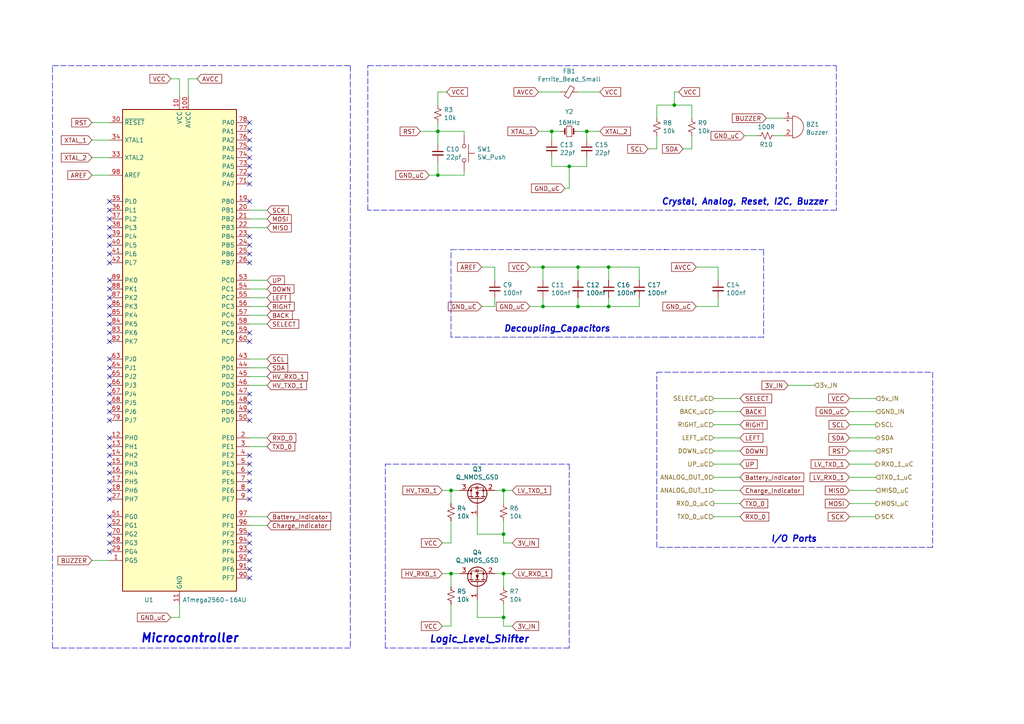
<source format=kicad_sch>
(kicad_sch (version 20211123) (generator eeschema)

  (uuid a7531a95-7ca1-4f34-955e-18120cec99e6)

  (paper "A4")

  (title_block
    (title "Stockpile device board")
    (company "Vashishtha Research")
  )

  (lib_symbols
    (symbol "Device:Buzzer" (pin_names (offset 0.0254) hide) (in_bom yes) (on_board yes)
      (property "Reference" "BZ" (id 0) (at 3.81 1.27 0)
        (effects (font (size 1.27 1.27)) (justify left))
      )
      (property "Value" "Buzzer" (id 1) (at 3.81 -1.27 0)
        (effects (font (size 1.27 1.27)) (justify left))
      )
      (property "Footprint" "" (id 2) (at -0.635 2.54 90)
        (effects (font (size 1.27 1.27)) hide)
      )
      (property "Datasheet" "~" (id 3) (at -0.635 2.54 90)
        (effects (font (size 1.27 1.27)) hide)
      )
      (property "ki_keywords" "quartz resonator ceramic" (id 4) (at 0 0 0)
        (effects (font (size 1.27 1.27)) hide)
      )
      (property "ki_description" "Buzzer, polarized" (id 5) (at 0 0 0)
        (effects (font (size 1.27 1.27)) hide)
      )
      (property "ki_fp_filters" "*Buzzer*" (id 6) (at 0 0 0)
        (effects (font (size 1.27 1.27)) hide)
      )
      (symbol "Buzzer_0_1"
        (arc (start 0 -3.175) (mid 3.175 0) (end 0 3.175)
          (stroke (width 0) (type default) (color 0 0 0 0))
          (fill (type none))
        )
        (polyline
          (pts
            (xy -1.651 1.905)
            (xy -1.143 1.905)
          )
          (stroke (width 0) (type default) (color 0 0 0 0))
          (fill (type none))
        )
        (polyline
          (pts
            (xy -1.397 2.159)
            (xy -1.397 1.651)
          )
          (stroke (width 0) (type default) (color 0 0 0 0))
          (fill (type none))
        )
        (polyline
          (pts
            (xy 0 3.175)
            (xy 0 -3.175)
          )
          (stroke (width 0) (type default) (color 0 0 0 0))
          (fill (type none))
        )
      )
      (symbol "Buzzer_1_1"
        (pin passive line (at -2.54 2.54 0) (length 2.54)
          (name "-" (effects (font (size 1.27 1.27))))
          (number "1" (effects (font (size 1.27 1.27))))
        )
        (pin passive line (at -2.54 -2.54 0) (length 2.54)
          (name "+" (effects (font (size 1.27 1.27))))
          (number "2" (effects (font (size 1.27 1.27))))
        )
      )
    )
    (symbol "Device:C_Small" (pin_numbers hide) (pin_names (offset 0.254) hide) (in_bom yes) (on_board yes)
      (property "Reference" "C" (id 0) (at 0.254 1.778 0)
        (effects (font (size 1.27 1.27)) (justify left))
      )
      (property "Value" "C_Small" (id 1) (at 0.254 -2.032 0)
        (effects (font (size 1.27 1.27)) (justify left))
      )
      (property "Footprint" "" (id 2) (at 0 0 0)
        (effects (font (size 1.27 1.27)) hide)
      )
      (property "Datasheet" "~" (id 3) (at 0 0 0)
        (effects (font (size 1.27 1.27)) hide)
      )
      (property "ki_keywords" "capacitor cap" (id 4) (at 0 0 0)
        (effects (font (size 1.27 1.27)) hide)
      )
      (property "ki_description" "Unpolarized capacitor, small symbol" (id 5) (at 0 0 0)
        (effects (font (size 1.27 1.27)) hide)
      )
      (property "ki_fp_filters" "C_*" (id 6) (at 0 0 0)
        (effects (font (size 1.27 1.27)) hide)
      )
      (symbol "C_Small_0_1"
        (polyline
          (pts
            (xy -1.524 -0.508)
            (xy 1.524 -0.508)
          )
          (stroke (width 0.3302) (type default) (color 0 0 0 0))
          (fill (type none))
        )
        (polyline
          (pts
            (xy -1.524 0.508)
            (xy 1.524 0.508)
          )
          (stroke (width 0.3048) (type default) (color 0 0 0 0))
          (fill (type none))
        )
      )
      (symbol "C_Small_1_1"
        (pin passive line (at 0 2.54 270) (length 2.032)
          (name "~" (effects (font (size 1.27 1.27))))
          (number "1" (effects (font (size 1.27 1.27))))
        )
        (pin passive line (at 0 -2.54 90) (length 2.032)
          (name "~" (effects (font (size 1.27 1.27))))
          (number "2" (effects (font (size 1.27 1.27))))
        )
      )
    )
    (symbol "Device:Crystal_Small" (pin_numbers hide) (pin_names (offset 1.016) hide) (in_bom yes) (on_board yes)
      (property "Reference" "Y" (id 0) (at 0 2.54 0)
        (effects (font (size 1.27 1.27)))
      )
      (property "Value" "Crystal_Small" (id 1) (at 0 -2.54 0)
        (effects (font (size 1.27 1.27)))
      )
      (property "Footprint" "" (id 2) (at 0 0 0)
        (effects (font (size 1.27 1.27)) hide)
      )
      (property "Datasheet" "~" (id 3) (at 0 0 0)
        (effects (font (size 1.27 1.27)) hide)
      )
      (property "ki_keywords" "quartz ceramic resonator oscillator" (id 4) (at 0 0 0)
        (effects (font (size 1.27 1.27)) hide)
      )
      (property "ki_description" "Two pin crystal, small symbol" (id 5) (at 0 0 0)
        (effects (font (size 1.27 1.27)) hide)
      )
      (property "ki_fp_filters" "Crystal*" (id 6) (at 0 0 0)
        (effects (font (size 1.27 1.27)) hide)
      )
      (symbol "Crystal_Small_0_1"
        (rectangle (start -0.762 -1.524) (end 0.762 1.524)
          (stroke (width 0) (type default) (color 0 0 0 0))
          (fill (type none))
        )
        (polyline
          (pts
            (xy -1.27 -0.762)
            (xy -1.27 0.762)
          )
          (stroke (width 0.381) (type default) (color 0 0 0 0))
          (fill (type none))
        )
        (polyline
          (pts
            (xy 1.27 -0.762)
            (xy 1.27 0.762)
          )
          (stroke (width 0.381) (type default) (color 0 0 0 0))
          (fill (type none))
        )
      )
      (symbol "Crystal_Small_1_1"
        (pin passive line (at -2.54 0 0) (length 1.27)
          (name "1" (effects (font (size 1.27 1.27))))
          (number "1" (effects (font (size 1.27 1.27))))
        )
        (pin passive line (at 2.54 0 180) (length 1.27)
          (name "2" (effects (font (size 1.27 1.27))))
          (number "2" (effects (font (size 1.27 1.27))))
        )
      )
    )
    (symbol "Device:Ferrite_Bead_Small" (pin_numbers hide) (pin_names (offset 0)) (in_bom yes) (on_board yes)
      (property "Reference" "FB" (id 0) (at 1.905 1.27 0)
        (effects (font (size 1.27 1.27)) (justify left))
      )
      (property "Value" "Device_Ferrite_Bead_Small" (id 1) (at 1.905 -1.27 0)
        (effects (font (size 1.27 1.27)) (justify left))
      )
      (property "Footprint" "" (id 2) (at -1.778 0 90)
        (effects (font (size 1.27 1.27)) hide)
      )
      (property "Datasheet" "" (id 3) (at 0 0 0)
        (effects (font (size 1.27 1.27)) hide)
      )
      (property "ki_fp_filters" "Inductor_* L_* *Ferrite*" (id 4) (at 0 0 0)
        (effects (font (size 1.27 1.27)) hide)
      )
      (symbol "Ferrite_Bead_Small_0_1"
        (polyline
          (pts
            (xy 0 -1.27)
            (xy 0 -0.7874)
          )
          (stroke (width 0) (type default) (color 0 0 0 0))
          (fill (type none))
        )
        (polyline
          (pts
            (xy 0 0.889)
            (xy 0 1.2954)
          )
          (stroke (width 0) (type default) (color 0 0 0 0))
          (fill (type none))
        )
        (polyline
          (pts
            (xy -1.8288 0.2794)
            (xy -1.1176 1.4986)
            (xy 1.8288 -0.2032)
            (xy 1.1176 -1.4224)
            (xy -1.8288 0.2794)
          )
          (stroke (width 0) (type default) (color 0 0 0 0))
          (fill (type none))
        )
      )
      (symbol "Ferrite_Bead_Small_1_1"
        (pin passive line (at 0 2.54 270) (length 1.27)
          (name "~" (effects (font (size 1.27 1.27))))
          (number "1" (effects (font (size 1.27 1.27))))
        )
        (pin passive line (at 0 -2.54 90) (length 1.27)
          (name "~" (effects (font (size 1.27 1.27))))
          (number "2" (effects (font (size 1.27 1.27))))
        )
      )
    )
    (symbol "Device:Q_NMOS_GSD" (pin_names (offset 0) hide) (in_bom yes) (on_board yes)
      (property "Reference" "Q" (id 0) (at 5.08 1.27 0)
        (effects (font (size 1.27 1.27)) (justify left))
      )
      (property "Value" "Q_NMOS_GSD" (id 1) (at 5.08 -1.27 0)
        (effects (font (size 1.27 1.27)) (justify left))
      )
      (property "Footprint" "" (id 2) (at 5.08 2.54 0)
        (effects (font (size 1.27 1.27)) hide)
      )
      (property "Datasheet" "~" (id 3) (at 0 0 0)
        (effects (font (size 1.27 1.27)) hide)
      )
      (property "ki_keywords" "transistor NMOS N-MOS N-MOSFET" (id 4) (at 0 0 0)
        (effects (font (size 1.27 1.27)) hide)
      )
      (property "ki_description" "N-MOSFET transistor, gate/source/drain" (id 5) (at 0 0 0)
        (effects (font (size 1.27 1.27)) hide)
      )
      (symbol "Q_NMOS_GSD_0_1"
        (polyline
          (pts
            (xy 0.254 0)
            (xy -2.54 0)
          )
          (stroke (width 0) (type default) (color 0 0 0 0))
          (fill (type none))
        )
        (polyline
          (pts
            (xy 0.254 1.905)
            (xy 0.254 -1.905)
          )
          (stroke (width 0.254) (type default) (color 0 0 0 0))
          (fill (type none))
        )
        (polyline
          (pts
            (xy 0.762 -1.27)
            (xy 0.762 -2.286)
          )
          (stroke (width 0.254) (type default) (color 0 0 0 0))
          (fill (type none))
        )
        (polyline
          (pts
            (xy 0.762 0.508)
            (xy 0.762 -0.508)
          )
          (stroke (width 0.254) (type default) (color 0 0 0 0))
          (fill (type none))
        )
        (polyline
          (pts
            (xy 0.762 2.286)
            (xy 0.762 1.27)
          )
          (stroke (width 0.254) (type default) (color 0 0 0 0))
          (fill (type none))
        )
        (polyline
          (pts
            (xy 2.54 2.54)
            (xy 2.54 1.778)
          )
          (stroke (width 0) (type default) (color 0 0 0 0))
          (fill (type none))
        )
        (polyline
          (pts
            (xy 2.54 -2.54)
            (xy 2.54 0)
            (xy 0.762 0)
          )
          (stroke (width 0) (type default) (color 0 0 0 0))
          (fill (type none))
        )
        (polyline
          (pts
            (xy 0.762 -1.778)
            (xy 3.302 -1.778)
            (xy 3.302 1.778)
            (xy 0.762 1.778)
          )
          (stroke (width 0) (type default) (color 0 0 0 0))
          (fill (type none))
        )
        (polyline
          (pts
            (xy 1.016 0)
            (xy 2.032 0.381)
            (xy 2.032 -0.381)
            (xy 1.016 0)
          )
          (stroke (width 0) (type default) (color 0 0 0 0))
          (fill (type outline))
        )
        (polyline
          (pts
            (xy 2.794 0.508)
            (xy 2.921 0.381)
            (xy 3.683 0.381)
            (xy 3.81 0.254)
          )
          (stroke (width 0) (type default) (color 0 0 0 0))
          (fill (type none))
        )
        (polyline
          (pts
            (xy 3.302 0.381)
            (xy 2.921 -0.254)
            (xy 3.683 -0.254)
            (xy 3.302 0.381)
          )
          (stroke (width 0) (type default) (color 0 0 0 0))
          (fill (type none))
        )
        (circle (center 1.651 0) (radius 2.794)
          (stroke (width 0.254) (type default) (color 0 0 0 0))
          (fill (type none))
        )
        (circle (center 2.54 -1.778) (radius 0.254)
          (stroke (width 0) (type default) (color 0 0 0 0))
          (fill (type outline))
        )
        (circle (center 2.54 1.778) (radius 0.254)
          (stroke (width 0) (type default) (color 0 0 0 0))
          (fill (type outline))
        )
      )
      (symbol "Q_NMOS_GSD_1_1"
        (pin input line (at -5.08 0 0) (length 2.54)
          (name "G" (effects (font (size 1.27 1.27))))
          (number "1" (effects (font (size 1.27 1.27))))
        )
        (pin passive line (at 2.54 -5.08 90) (length 2.54)
          (name "S" (effects (font (size 1.27 1.27))))
          (number "2" (effects (font (size 1.27 1.27))))
        )
        (pin passive line (at 2.54 5.08 270) (length 2.54)
          (name "D" (effects (font (size 1.27 1.27))))
          (number "3" (effects (font (size 1.27 1.27))))
        )
      )
    )
    (symbol "Device:R_Small_US" (pin_numbers hide) (pin_names (offset 0.254) hide) (in_bom yes) (on_board yes)
      (property "Reference" "R" (id 0) (at 0.762 0.508 0)
        (effects (font (size 1.27 1.27)) (justify left))
      )
      (property "Value" "R_Small_US" (id 1) (at 0.762 -1.016 0)
        (effects (font (size 1.27 1.27)) (justify left))
      )
      (property "Footprint" "" (id 2) (at 0 0 0)
        (effects (font (size 1.27 1.27)) hide)
      )
      (property "Datasheet" "~" (id 3) (at 0 0 0)
        (effects (font (size 1.27 1.27)) hide)
      )
      (property "ki_keywords" "r resistor" (id 4) (at 0 0 0)
        (effects (font (size 1.27 1.27)) hide)
      )
      (property "ki_description" "Resistor, small US symbol" (id 5) (at 0 0 0)
        (effects (font (size 1.27 1.27)) hide)
      )
      (property "ki_fp_filters" "R_*" (id 6) (at 0 0 0)
        (effects (font (size 1.27 1.27)) hide)
      )
      (symbol "R_Small_US_1_1"
        (polyline
          (pts
            (xy 0 0)
            (xy 1.016 -0.381)
            (xy 0 -0.762)
            (xy -1.016 -1.143)
            (xy 0 -1.524)
          )
          (stroke (width 0) (type default) (color 0 0 0 0))
          (fill (type none))
        )
        (polyline
          (pts
            (xy 0 1.524)
            (xy 1.016 1.143)
            (xy 0 0.762)
            (xy -1.016 0.381)
            (xy 0 0)
          )
          (stroke (width 0) (type default) (color 0 0 0 0))
          (fill (type none))
        )
        (pin passive line (at 0 2.54 270) (length 1.016)
          (name "~" (effects (font (size 1.27 1.27))))
          (number "1" (effects (font (size 1.27 1.27))))
        )
        (pin passive line (at 0 -2.54 90) (length 1.016)
          (name "~" (effects (font (size 1.27 1.27))))
          (number "2" (effects (font (size 1.27 1.27))))
        )
      )
    )
    (symbol "MCU_Microchip_ATmega:ATmega2560-16AU" (in_bom yes) (on_board yes)
      (property "Reference" "U" (id 0) (at 0 1.27 0)
        (effects (font (size 1.27 1.27)) (justify bottom))
      )
      (property "Value" "MCU_Microchip_ATmega_ATmega2560-16AU" (id 1) (at 0 -1.27 0)
        (effects (font (size 1.27 1.27)) (justify top))
      )
      (property "Footprint" "Package_QFP:TQFP-100_14x14mm_P0.5mm" (id 2) (at 0 0 0)
        (effects (font (size 1.27 1.27) italic) hide)
      )
      (property "Datasheet" "" (id 3) (at 0 0 0)
        (effects (font (size 1.27 1.27)) hide)
      )
      (property "ki_fp_filters" "TQFP*14x14mm*P0.5mm*" (id 4) (at 0 0 0)
        (effects (font (size 1.27 1.27)) hide)
      )
      (symbol "ATmega2560-16AU_0_1"
        (rectangle (start -16.51 -69.85) (end 16.51 69.85)
          (stroke (width 0.254) (type default) (color 0 0 0 0))
          (fill (type background))
        )
      )
      (symbol "ATmega2560-16AU_1_1"
        (pin bidirectional line (at -20.32 -60.96 0) (length 3.81)
          (name "PG5" (effects (font (size 1.27 1.27))))
          (number "1" (effects (font (size 1.27 1.27))))
        )
        (pin power_in line (at 0 73.66 270) (length 3.81)
          (name "VCC" (effects (font (size 1.27 1.27))))
          (number "10" (effects (font (size 1.27 1.27))))
        )
        (pin power_in line (at 2.54 73.66 270) (length 3.81)
          (name "AVCC" (effects (font (size 1.27 1.27))))
          (number "100" (effects (font (size 1.27 1.27))))
        )
        (pin power_in line (at 0 -73.66 90) (length 3.81)
          (name "GND" (effects (font (size 1.27 1.27))))
          (number "11" (effects (font (size 1.27 1.27))))
        )
        (pin bidirectional line (at -20.32 -25.4 0) (length 3.81)
          (name "PH0" (effects (font (size 1.27 1.27))))
          (number "12" (effects (font (size 1.27 1.27))))
        )
        (pin bidirectional line (at -20.32 -27.94 0) (length 3.81)
          (name "PH1" (effects (font (size 1.27 1.27))))
          (number "13" (effects (font (size 1.27 1.27))))
        )
        (pin bidirectional line (at -20.32 -30.48 0) (length 3.81)
          (name "PH2" (effects (font (size 1.27 1.27))))
          (number "14" (effects (font (size 1.27 1.27))))
        )
        (pin bidirectional line (at -20.32 -33.02 0) (length 3.81)
          (name "PH3" (effects (font (size 1.27 1.27))))
          (number "15" (effects (font (size 1.27 1.27))))
        )
        (pin bidirectional line (at -20.32 -35.56 0) (length 3.81)
          (name "PH4" (effects (font (size 1.27 1.27))))
          (number "16" (effects (font (size 1.27 1.27))))
        )
        (pin bidirectional line (at -20.32 -38.1 0) (length 3.81)
          (name "PH5" (effects (font (size 1.27 1.27))))
          (number "17" (effects (font (size 1.27 1.27))))
        )
        (pin bidirectional line (at -20.32 -40.64 0) (length 3.81)
          (name "PH6" (effects (font (size 1.27 1.27))))
          (number "18" (effects (font (size 1.27 1.27))))
        )
        (pin bidirectional line (at 20.32 43.18 180) (length 3.81)
          (name "PB0" (effects (font (size 1.27 1.27))))
          (number "19" (effects (font (size 1.27 1.27))))
        )
        (pin bidirectional line (at 20.32 -25.4 180) (length 3.81)
          (name "PE0" (effects (font (size 1.27 1.27))))
          (number "2" (effects (font (size 1.27 1.27))))
        )
        (pin bidirectional line (at 20.32 40.64 180) (length 3.81)
          (name "PB1" (effects (font (size 1.27 1.27))))
          (number "20" (effects (font (size 1.27 1.27))))
        )
        (pin bidirectional line (at 20.32 38.1 180) (length 3.81)
          (name "PB2" (effects (font (size 1.27 1.27))))
          (number "21" (effects (font (size 1.27 1.27))))
        )
        (pin bidirectional line (at 20.32 35.56 180) (length 3.81)
          (name "PB3" (effects (font (size 1.27 1.27))))
          (number "22" (effects (font (size 1.27 1.27))))
        )
        (pin bidirectional line (at 20.32 33.02 180) (length 3.81)
          (name "PB4" (effects (font (size 1.27 1.27))))
          (number "23" (effects (font (size 1.27 1.27))))
        )
        (pin bidirectional line (at 20.32 30.48 180) (length 3.81)
          (name "PB5" (effects (font (size 1.27 1.27))))
          (number "24" (effects (font (size 1.27 1.27))))
        )
        (pin bidirectional line (at 20.32 27.94 180) (length 3.81)
          (name "PB6" (effects (font (size 1.27 1.27))))
          (number "25" (effects (font (size 1.27 1.27))))
        )
        (pin bidirectional line (at 20.32 25.4 180) (length 3.81)
          (name "PB7" (effects (font (size 1.27 1.27))))
          (number "26" (effects (font (size 1.27 1.27))))
        )
        (pin bidirectional line (at -20.32 -43.18 0) (length 3.81)
          (name "PH7" (effects (font (size 1.27 1.27))))
          (number "27" (effects (font (size 1.27 1.27))))
        )
        (pin bidirectional line (at -20.32 -55.88 0) (length 3.81)
          (name "PG3" (effects (font (size 1.27 1.27))))
          (number "28" (effects (font (size 1.27 1.27))))
        )
        (pin bidirectional line (at -20.32 -58.42 0) (length 3.81)
          (name "PG4" (effects (font (size 1.27 1.27))))
          (number "29" (effects (font (size 1.27 1.27))))
        )
        (pin bidirectional line (at 20.32 -27.94 180) (length 3.81)
          (name "PE1" (effects (font (size 1.27 1.27))))
          (number "3" (effects (font (size 1.27 1.27))))
        )
        (pin input line (at -20.32 66.04 0) (length 3.81)
          (name "~{RESET}" (effects (font (size 1.27 1.27))))
          (number "30" (effects (font (size 1.27 1.27))))
        )
        (pin passive line (at 0 73.66 270) (length 3.81) hide
          (name "VCC" (effects (font (size 1.27 1.27))))
          (number "31" (effects (font (size 1.27 1.27))))
        )
        (pin passive line (at 0 -73.66 90) (length 3.81) hide
          (name "GND" (effects (font (size 1.27 1.27))))
          (number "32" (effects (font (size 1.27 1.27))))
        )
        (pin output line (at -20.32 55.88 0) (length 3.81)
          (name "XTAL2" (effects (font (size 1.27 1.27))))
          (number "33" (effects (font (size 1.27 1.27))))
        )
        (pin input line (at -20.32 60.96 0) (length 3.81)
          (name "XTAL1" (effects (font (size 1.27 1.27))))
          (number "34" (effects (font (size 1.27 1.27))))
        )
        (pin bidirectional line (at -20.32 43.18 0) (length 3.81)
          (name "PL0" (effects (font (size 1.27 1.27))))
          (number "35" (effects (font (size 1.27 1.27))))
        )
        (pin bidirectional line (at -20.32 40.64 0) (length 3.81)
          (name "PL1" (effects (font (size 1.27 1.27))))
          (number "36" (effects (font (size 1.27 1.27))))
        )
        (pin bidirectional line (at -20.32 38.1 0) (length 3.81)
          (name "PL2" (effects (font (size 1.27 1.27))))
          (number "37" (effects (font (size 1.27 1.27))))
        )
        (pin bidirectional line (at -20.32 35.56 0) (length 3.81)
          (name "PL3" (effects (font (size 1.27 1.27))))
          (number "38" (effects (font (size 1.27 1.27))))
        )
        (pin bidirectional line (at -20.32 33.02 0) (length 3.81)
          (name "PL4" (effects (font (size 1.27 1.27))))
          (number "39" (effects (font (size 1.27 1.27))))
        )
        (pin bidirectional line (at 20.32 -30.48 180) (length 3.81)
          (name "PE2" (effects (font (size 1.27 1.27))))
          (number "4" (effects (font (size 1.27 1.27))))
        )
        (pin bidirectional line (at -20.32 30.48 0) (length 3.81)
          (name "PL5" (effects (font (size 1.27 1.27))))
          (number "40" (effects (font (size 1.27 1.27))))
        )
        (pin bidirectional line (at -20.32 27.94 0) (length 3.81)
          (name "PL6" (effects (font (size 1.27 1.27))))
          (number "41" (effects (font (size 1.27 1.27))))
        )
        (pin bidirectional line (at -20.32 25.4 0) (length 3.81)
          (name "PL7" (effects (font (size 1.27 1.27))))
          (number "42" (effects (font (size 1.27 1.27))))
        )
        (pin bidirectional line (at 20.32 -2.54 180) (length 3.81)
          (name "PD0" (effects (font (size 1.27 1.27))))
          (number "43" (effects (font (size 1.27 1.27))))
        )
        (pin bidirectional line (at 20.32 -5.08 180) (length 3.81)
          (name "PD1" (effects (font (size 1.27 1.27))))
          (number "44" (effects (font (size 1.27 1.27))))
        )
        (pin bidirectional line (at 20.32 -7.62 180) (length 3.81)
          (name "PD2" (effects (font (size 1.27 1.27))))
          (number "45" (effects (font (size 1.27 1.27))))
        )
        (pin bidirectional line (at 20.32 -10.16 180) (length 3.81)
          (name "PD3" (effects (font (size 1.27 1.27))))
          (number "46" (effects (font (size 1.27 1.27))))
        )
        (pin bidirectional line (at 20.32 -12.7 180) (length 3.81)
          (name "PD4" (effects (font (size 1.27 1.27))))
          (number "47" (effects (font (size 1.27 1.27))))
        )
        (pin bidirectional line (at 20.32 -15.24 180) (length 3.81)
          (name "PD5" (effects (font (size 1.27 1.27))))
          (number "48" (effects (font (size 1.27 1.27))))
        )
        (pin bidirectional line (at 20.32 -17.78 180) (length 3.81)
          (name "PD6" (effects (font (size 1.27 1.27))))
          (number "49" (effects (font (size 1.27 1.27))))
        )
        (pin bidirectional line (at 20.32 -33.02 180) (length 3.81)
          (name "PE3" (effects (font (size 1.27 1.27))))
          (number "5" (effects (font (size 1.27 1.27))))
        )
        (pin bidirectional line (at 20.32 -20.32 180) (length 3.81)
          (name "PD7" (effects (font (size 1.27 1.27))))
          (number "50" (effects (font (size 1.27 1.27))))
        )
        (pin bidirectional line (at -20.32 -48.26 0) (length 3.81)
          (name "PG0" (effects (font (size 1.27 1.27))))
          (number "51" (effects (font (size 1.27 1.27))))
        )
        (pin bidirectional line (at -20.32 -50.8 0) (length 3.81)
          (name "PG1" (effects (font (size 1.27 1.27))))
          (number "52" (effects (font (size 1.27 1.27))))
        )
        (pin bidirectional line (at 20.32 20.32 180) (length 3.81)
          (name "PC0" (effects (font (size 1.27 1.27))))
          (number "53" (effects (font (size 1.27 1.27))))
        )
        (pin bidirectional line (at 20.32 17.78 180) (length 3.81)
          (name "PC1" (effects (font (size 1.27 1.27))))
          (number "54" (effects (font (size 1.27 1.27))))
        )
        (pin bidirectional line (at 20.32 15.24 180) (length 3.81)
          (name "PC2" (effects (font (size 1.27 1.27))))
          (number "55" (effects (font (size 1.27 1.27))))
        )
        (pin bidirectional line (at 20.32 12.7 180) (length 3.81)
          (name "PC3" (effects (font (size 1.27 1.27))))
          (number "56" (effects (font (size 1.27 1.27))))
        )
        (pin bidirectional line (at 20.32 10.16 180) (length 3.81)
          (name "PC4" (effects (font (size 1.27 1.27))))
          (number "57" (effects (font (size 1.27 1.27))))
        )
        (pin bidirectional line (at 20.32 7.62 180) (length 3.81)
          (name "PC5" (effects (font (size 1.27 1.27))))
          (number "58" (effects (font (size 1.27 1.27))))
        )
        (pin bidirectional line (at 20.32 5.08 180) (length 3.81)
          (name "PC6" (effects (font (size 1.27 1.27))))
          (number "59" (effects (font (size 1.27 1.27))))
        )
        (pin bidirectional line (at 20.32 -35.56 180) (length 3.81)
          (name "PE4" (effects (font (size 1.27 1.27))))
          (number "6" (effects (font (size 1.27 1.27))))
        )
        (pin bidirectional line (at 20.32 2.54 180) (length 3.81)
          (name "PC7" (effects (font (size 1.27 1.27))))
          (number "60" (effects (font (size 1.27 1.27))))
        )
        (pin passive line (at 0 73.66 270) (length 3.81) hide
          (name "VCC" (effects (font (size 1.27 1.27))))
          (number "61" (effects (font (size 1.27 1.27))))
        )
        (pin passive line (at 0 -73.66 90) (length 3.81) hide
          (name "GND" (effects (font (size 1.27 1.27))))
          (number "62" (effects (font (size 1.27 1.27))))
        )
        (pin bidirectional line (at -20.32 -2.54 0) (length 3.81)
          (name "PJ0" (effects (font (size 1.27 1.27))))
          (number "63" (effects (font (size 1.27 1.27))))
        )
        (pin bidirectional line (at -20.32 -5.08 0) (length 3.81)
          (name "PJ1" (effects (font (size 1.27 1.27))))
          (number "64" (effects (font (size 1.27 1.27))))
        )
        (pin bidirectional line (at -20.32 -7.62 0) (length 3.81)
          (name "PJ2" (effects (font (size 1.27 1.27))))
          (number "65" (effects (font (size 1.27 1.27))))
        )
        (pin bidirectional line (at -20.32 -10.16 0) (length 3.81)
          (name "PJ3" (effects (font (size 1.27 1.27))))
          (number "66" (effects (font (size 1.27 1.27))))
        )
        (pin bidirectional line (at -20.32 -12.7 0) (length 3.81)
          (name "PJ4" (effects (font (size 1.27 1.27))))
          (number "67" (effects (font (size 1.27 1.27))))
        )
        (pin bidirectional line (at -20.32 -15.24 0) (length 3.81)
          (name "PJ5" (effects (font (size 1.27 1.27))))
          (number "68" (effects (font (size 1.27 1.27))))
        )
        (pin bidirectional line (at -20.32 -17.78 0) (length 3.81)
          (name "PJ6" (effects (font (size 1.27 1.27))))
          (number "69" (effects (font (size 1.27 1.27))))
        )
        (pin bidirectional line (at 20.32 -38.1 180) (length 3.81)
          (name "PE5" (effects (font (size 1.27 1.27))))
          (number "7" (effects (font (size 1.27 1.27))))
        )
        (pin bidirectional line (at -20.32 -53.34 0) (length 3.81)
          (name "PG2" (effects (font (size 1.27 1.27))))
          (number "70" (effects (font (size 1.27 1.27))))
        )
        (pin bidirectional line (at 20.32 48.26 180) (length 3.81)
          (name "PA7" (effects (font (size 1.27 1.27))))
          (number "71" (effects (font (size 1.27 1.27))))
        )
        (pin bidirectional line (at 20.32 50.8 180) (length 3.81)
          (name "PA6" (effects (font (size 1.27 1.27))))
          (number "72" (effects (font (size 1.27 1.27))))
        )
        (pin bidirectional line (at 20.32 53.34 180) (length 3.81)
          (name "PA5" (effects (font (size 1.27 1.27))))
          (number "73" (effects (font (size 1.27 1.27))))
        )
        (pin bidirectional line (at 20.32 55.88 180) (length 3.81)
          (name "PA4" (effects (font (size 1.27 1.27))))
          (number "74" (effects (font (size 1.27 1.27))))
        )
        (pin bidirectional line (at 20.32 58.42 180) (length 3.81)
          (name "PA3" (effects (font (size 1.27 1.27))))
          (number "75" (effects (font (size 1.27 1.27))))
        )
        (pin bidirectional line (at 20.32 60.96 180) (length 3.81)
          (name "PA2" (effects (font (size 1.27 1.27))))
          (number "76" (effects (font (size 1.27 1.27))))
        )
        (pin bidirectional line (at 20.32 63.5 180) (length 3.81)
          (name "PA1" (effects (font (size 1.27 1.27))))
          (number "77" (effects (font (size 1.27 1.27))))
        )
        (pin bidirectional line (at 20.32 66.04 180) (length 3.81)
          (name "PA0" (effects (font (size 1.27 1.27))))
          (number "78" (effects (font (size 1.27 1.27))))
        )
        (pin bidirectional line (at -20.32 -20.32 0) (length 3.81)
          (name "PJ7" (effects (font (size 1.27 1.27))))
          (number "79" (effects (font (size 1.27 1.27))))
        )
        (pin bidirectional line (at 20.32 -40.64 180) (length 3.81)
          (name "PE6" (effects (font (size 1.27 1.27))))
          (number "8" (effects (font (size 1.27 1.27))))
        )
        (pin passive line (at 0 73.66 270) (length 3.81) hide
          (name "VCC" (effects (font (size 1.27 1.27))))
          (number "80" (effects (font (size 1.27 1.27))))
        )
        (pin passive line (at 0 -73.66 90) (length 3.81) hide
          (name "GND" (effects (font (size 1.27 1.27))))
          (number "81" (effects (font (size 1.27 1.27))))
        )
        (pin bidirectional line (at -20.32 2.54 0) (length 3.81)
          (name "PK7" (effects (font (size 1.27 1.27))))
          (number "82" (effects (font (size 1.27 1.27))))
        )
        (pin bidirectional line (at -20.32 5.08 0) (length 3.81)
          (name "PK6" (effects (font (size 1.27 1.27))))
          (number "83" (effects (font (size 1.27 1.27))))
        )
        (pin bidirectional line (at -20.32 7.62 0) (length 3.81)
          (name "PK5" (effects (font (size 1.27 1.27))))
          (number "84" (effects (font (size 1.27 1.27))))
        )
        (pin bidirectional line (at -20.32 10.16 0) (length 3.81)
          (name "PK4" (effects (font (size 1.27 1.27))))
          (number "85" (effects (font (size 1.27 1.27))))
        )
        (pin bidirectional line (at -20.32 12.7 0) (length 3.81)
          (name "PK3" (effects (font (size 1.27 1.27))))
          (number "86" (effects (font (size 1.27 1.27))))
        )
        (pin bidirectional line (at -20.32 15.24 0) (length 3.81)
          (name "PK2" (effects (font (size 1.27 1.27))))
          (number "87" (effects (font (size 1.27 1.27))))
        )
        (pin bidirectional line (at -20.32 17.78 0) (length 3.81)
          (name "PK1" (effects (font (size 1.27 1.27))))
          (number "88" (effects (font (size 1.27 1.27))))
        )
        (pin bidirectional line (at -20.32 20.32 0) (length 3.81)
          (name "PK0" (effects (font (size 1.27 1.27))))
          (number "89" (effects (font (size 1.27 1.27))))
        )
        (pin bidirectional line (at 20.32 -43.18 180) (length 3.81)
          (name "PE7" (effects (font (size 1.27 1.27))))
          (number "9" (effects (font (size 1.27 1.27))))
        )
        (pin bidirectional line (at 20.32 -66.04 180) (length 3.81)
          (name "PF7" (effects (font (size 1.27 1.27))))
          (number "90" (effects (font (size 1.27 1.27))))
        )
        (pin bidirectional line (at 20.32 -63.5 180) (length 3.81)
          (name "PF6" (effects (font (size 1.27 1.27))))
          (number "91" (effects (font (size 1.27 1.27))))
        )
        (pin bidirectional line (at 20.32 -60.96 180) (length 3.81)
          (name "PF5" (effects (font (size 1.27 1.27))))
          (number "92" (effects (font (size 1.27 1.27))))
        )
        (pin bidirectional line (at 20.32 -58.42 180) (length 3.81)
          (name "PF4" (effects (font (size 1.27 1.27))))
          (number "93" (effects (font (size 1.27 1.27))))
        )
        (pin bidirectional line (at 20.32 -55.88 180) (length 3.81)
          (name "PF3" (effects (font (size 1.27 1.27))))
          (number "94" (effects (font (size 1.27 1.27))))
        )
        (pin bidirectional line (at 20.32 -53.34 180) (length 3.81)
          (name "PF2" (effects (font (size 1.27 1.27))))
          (number "95" (effects (font (size 1.27 1.27))))
        )
        (pin bidirectional line (at 20.32 -50.8 180) (length 3.81)
          (name "PF1" (effects (font (size 1.27 1.27))))
          (number "96" (effects (font (size 1.27 1.27))))
        )
        (pin bidirectional line (at 20.32 -48.26 180) (length 3.81)
          (name "PF0" (effects (font (size 1.27 1.27))))
          (number "97" (effects (font (size 1.27 1.27))))
        )
        (pin passive line (at -20.32 50.8 0) (length 3.81)
          (name "AREF" (effects (font (size 1.27 1.27))))
          (number "98" (effects (font (size 1.27 1.27))))
        )
        (pin passive line (at 0 -73.66 90) (length 3.81) hide
          (name "GND" (effects (font (size 1.27 1.27))))
          (number "99" (effects (font (size 1.27 1.27))))
        )
      )
    )
    (symbol "Switch:SW_Push" (pin_numbers hide) (pin_names (offset 1.016) hide) (in_bom yes) (on_board yes)
      (property "Reference" "SW" (id 0) (at 1.27 2.54 0)
        (effects (font (size 1.27 1.27)) (justify left))
      )
      (property "Value" "SW_Push" (id 1) (at 0 -1.524 0)
        (effects (font (size 1.27 1.27)))
      )
      (property "Footprint" "" (id 2) (at 0 5.08 0)
        (effects (font (size 1.27 1.27)) hide)
      )
      (property "Datasheet" "~" (id 3) (at 0 5.08 0)
        (effects (font (size 1.27 1.27)) hide)
      )
      (property "ki_keywords" "switch normally-open pushbutton push-button" (id 4) (at 0 0 0)
        (effects (font (size 1.27 1.27)) hide)
      )
      (property "ki_description" "Push button switch, generic, two pins" (id 5) (at 0 0 0)
        (effects (font (size 1.27 1.27)) hide)
      )
      (symbol "SW_Push_0_1"
        (circle (center -2.032 0) (radius 0.508)
          (stroke (width 0) (type default) (color 0 0 0 0))
          (fill (type none))
        )
        (polyline
          (pts
            (xy 0 1.27)
            (xy 0 3.048)
          )
          (stroke (width 0) (type default) (color 0 0 0 0))
          (fill (type none))
        )
        (polyline
          (pts
            (xy 2.54 1.27)
            (xy -2.54 1.27)
          )
          (stroke (width 0) (type default) (color 0 0 0 0))
          (fill (type none))
        )
        (circle (center 2.032 0) (radius 0.508)
          (stroke (width 0) (type default) (color 0 0 0 0))
          (fill (type none))
        )
        (pin passive line (at -5.08 0 0) (length 2.54)
          (name "1" (effects (font (size 1.27 1.27))))
          (number "1" (effects (font (size 1.27 1.27))))
        )
        (pin passive line (at 5.08 0 180) (length 2.54)
          (name "2" (effects (font (size 1.27 1.27))))
          (number "2" (effects (font (size 1.27 1.27))))
        )
      )
    )
  )

  (junction (at 130.81 166.37) (diameter 0) (color 0 0 0 0)
    (uuid 04cf2f2c-74bf-400d-b4f6-201720df00ed)
  )
  (junction (at 146.05 166.37) (diameter 0) (color 0 0 0 0)
    (uuid 2878a73c-5447-4cd9-8194-14f52ab9459c)
  )
  (junction (at 130.81 142.24) (diameter 0) (color 0 0 0 0)
    (uuid 2db910a0-b943-40b4-b81f-068ba5265f56)
  )
  (junction (at 146.05 154.94) (diameter 0) (color 0 0 0 0)
    (uuid 36d783e7-096f-4c97-9672-7e08c083b87b)
  )
  (junction (at 146.05 142.24) (diameter 0) (color 0 0 0 0)
    (uuid 3f8a5430-68a9-4732-9b89-4e00dd8ae219)
  )
  (junction (at 157.48 88.9) (diameter 0) (color 0 0 0 0)
    (uuid 713e0777-58b2-4487-baca-60d0ebed27c3)
  )
  (junction (at 176.53 77.47) (diameter 0) (color 0 0 0 0)
    (uuid 83c5181e-f5ee-453c-ae5c-d7256ba8837d)
  )
  (junction (at 127 50.8) (diameter 0) (color 0 0 0 0)
    (uuid a90361cd-254c-4d27-ae1f-9a6c85bafe28)
  )
  (junction (at 170.18 38.1) (diameter 0) (color 0 0 0 0)
    (uuid aa130053-a451-4f12-97f7-3d4d891a5f83)
  )
  (junction (at 165.1 48.26) (diameter 0) (color 0 0 0 0)
    (uuid b09666f9-12f1-4ee9-8877-2292c94258ca)
  )
  (junction (at 127 38.1) (diameter 0) (color 0 0 0 0)
    (uuid b7bf6e08-7978-4190-aff5-c90d967f0f9c)
  )
  (junction (at 160.02 38.1) (diameter 0) (color 0 0 0 0)
    (uuid bc0dbc57-3ae8-4ce5-a05c-2d6003bba475)
  )
  (junction (at 167.64 77.47) (diameter 0) (color 0 0 0 0)
    (uuid c67ad10d-2f75-4ec6-a139-47058f7f06b2)
  )
  (junction (at 146.05 179.07) (diameter 0) (color 0 0 0 0)
    (uuid d1eca865-05c5-48a4-96cf-ed5f8a640e25)
  )
  (junction (at 167.64 88.9) (diameter 0) (color 0 0 0 0)
    (uuid db742b9e-1fed-4e0c-b783-f911ab5116aa)
  )
  (junction (at 176.53 88.9) (diameter 0) (color 0 0 0 0)
    (uuid ea2ea877-1ce1-4cd6-ad19-1da87f51601d)
  )
  (junction (at 157.48 77.47) (diameter 0) (color 0 0 0 0)
    (uuid f3044f68-903d-4063-b253-30d8e3a83eae)
  )
  (junction (at 195.58 30.48) (diameter 0) (color 0 0 0 0)
    (uuid fb30f9bb-6a0b-4d8a-82b0-266eab794bc6)
  )

  (no_connect (at 31.75 88.9) (uuid 051b8cb0-ae77-4e09-98a7-bf2103319e66))
  (no_connect (at 31.75 106.68) (uuid 083becc8-e25d-4206-9636-55457650bbe3))
  (no_connect (at 72.39 165.1) (uuid 0b9f21ed-3d41-4f23-ae45-74117a5f3153))
  (no_connect (at 31.75 63.5) (uuid 0d993e48-cea3-4104-9c5a-d8f97b64a3ac))
  (no_connect (at 31.75 129.54) (uuid 10d8ad0e-6a08-4053-92aa-23a15910fd21))
  (no_connect (at 31.75 142.24) (uuid 123968c6-74e7-4754-8c36-08ea08e42555))
  (no_connect (at 72.39 144.78) (uuid 1b023dd4-5185-4576-b544-68a05b9c360b))
  (no_connect (at 31.75 73.66) (uuid 1c9f6fea-1796-4a2d-80b3-ae22ce51c8f5))
  (no_connect (at 31.75 58.42) (uuid 20901d7e-a300-4069-8967-a6a7e97a68bc))
  (no_connect (at 72.39 50.8) (uuid 212bf70c-2324-47d9-8700-59771063baeb))
  (no_connect (at 31.75 132.08) (uuid 2b64d2cb-d62a-4762-97ea-f1b0d4293c4f))
  (no_connect (at 31.75 149.86) (uuid 2c95b9a6-9c71-4108-9cde-57ddfdd2dd19))
  (no_connect (at 72.39 134.62) (uuid 3249bd81-9fd4-4194-9b4f-2e333b2195b8))
  (no_connect (at 72.39 119.38) (uuid 347562f5-b152-4e7b-8a69-40ca6daaaad4))
  (no_connect (at 31.75 91.44) (uuid 35c09d1f-2914-4d1e-a002-df30af772f3b))
  (no_connect (at 31.75 144.78) (uuid 3e3d55c8-e0ea-48fb-8421-a84b7cb7055b))
  (no_connect (at 72.39 99.06) (uuid 3efa2ece-8f3f-4a8c-96e9-6ab3ec6f1f70))
  (no_connect (at 31.75 99.06) (uuid 422b10b9-e829-44a2-8808-05edd8cb3050))
  (no_connect (at 72.39 96.52) (uuid 430d6d73-9de6-41ca-b788-178d709f4aae))
  (no_connect (at 72.39 53.34) (uuid 44035e53-ff94-45ad-801f-55a1ce042a0d))
  (no_connect (at 31.75 160.02) (uuid 475ed8b3-90bf-48cd-bce5-d8f48b689541))
  (no_connect (at 31.75 116.84) (uuid 4a7e3849-3bc9-4bb3-b16a-fab2f5cee0e5))
  (no_connect (at 72.39 35.56) (uuid 5d49e9a6-41dd-4072-adde-ef1036c1979b))
  (no_connect (at 31.75 137.16) (uuid 5f312b85-6822-40a3-b417-2df49696ca2d))
  (no_connect (at 72.39 71.12) (uuid 6a2bcc72-047b-4846-8583-1109e3552669))
  (no_connect (at 72.39 114.3) (uuid 70d34adf-9bd8-469e-8c77-5c0d7adf511e))
  (no_connect (at 72.39 137.16) (uuid 718e5c6d-0e4c-46d8-a149-2f2bfc54c7f1))
  (no_connect (at 31.75 104.14) (uuid 725cdf26-4b92-46db-bca9-10d930002dda))
  (no_connect (at 72.39 160.02) (uuid 76afa8e0-9b3a-439d-843c-ad039d3b6354))
  (no_connect (at 72.39 73.66) (uuid 775e8983-a723-43c5-bf00-61681f0840f3))
  (no_connect (at 31.75 114.3) (uuid 79451892-db6b-4999-916d-6392174ee493))
  (no_connect (at 31.75 109.22) (uuid 7acd513a-187b-4936-9f93-2e521ce33ad5))
  (no_connect (at 31.75 154.94) (uuid 7b766787-7689-40b8-9ef5-c0b1af45a9ae))
  (no_connect (at 72.39 43.18) (uuid 7f9683c1-2203-43df-8fa1-719a0dc360df))
  (no_connect (at 72.39 167.64) (uuid 8486c294-aa7e-43c3-b257-1ca3356dd17a))
  (no_connect (at 31.75 76.2) (uuid 86ad0555-08b3-4dde-9a3e-c1e5e29b6615))
  (no_connect (at 31.75 119.38) (uuid 888fd7cb-2fc6-480c-bcfa-0b71303087d3))
  (no_connect (at 31.75 111.76) (uuid 8e295ed4-82cb-4d9f-8888-7ad2dd4d5129))
  (no_connect (at 72.39 142.24) (uuid 90f81af1-b6de-44aa-a46b-6504a157ce6c))
  (no_connect (at 72.39 157.48) (uuid 946404ba-9297-43ec-9d67-30184041145f))
  (no_connect (at 31.75 86.36) (uuid 974c48bf-534e-4335-98e1-b0426c783e99))
  (no_connect (at 31.75 134.62) (uuid 99186658-0361-40ba-ae93-62f23c5622e6))
  (no_connect (at 72.39 139.7) (uuid 9e0e6fc0-a269-4822-b93d-4c5e6689ff11))
  (no_connect (at 72.39 76.2) (uuid a0e7a81b-2259-4f8d-8368-ba75f2004714))
  (no_connect (at 72.39 154.94) (uuid a64aeb89-c24a-493b-9aab-87a6be930bde))
  (no_connect (at 72.39 162.56) (uuid a76a574b-1cac-43eb-81e6-0e2e278cea39))
  (no_connect (at 31.75 121.92) (uuid a92f3b72-ed6d-4d99-9da6-35771bec3c77))
  (no_connect (at 31.75 81.28) (uuid aa1c6f47-cbd4-4cbd-8265-e5ac08b7ffc8))
  (no_connect (at 31.75 152.4) (uuid aee7520e-3bfc-435f-a66b-1dd1f5aa6a87))
  (no_connect (at 72.39 40.64) (uuid b0054ce1-b60e-41de-a6a2-bf712784dd39))
  (no_connect (at 31.75 66.04) (uuid b12e5309-5d01-40ef-a9c3-8453e00a555e))
  (no_connect (at 72.39 48.26) (uuid be2983fa-f06e-485e-bea1-3dd96b916ec5))
  (no_connect (at 31.75 68.58) (uuid be6b17f9-34f5-44e9-a4c7-725d2e274a9d))
  (no_connect (at 72.39 68.58) (uuid c873689a-d206-42f5-aead-9199b4d63f51))
  (no_connect (at 72.39 38.1) (uuid c8ab8246-b2bb-4b06-b45e-2548482466fd))
  (no_connect (at 72.39 116.84) (uuid cb083d38-4f11-4a80-8b19-ab751c405e4a))
  (no_connect (at 72.39 132.08) (uuid cbde200f-1075-469a-89f8-abbdcf30e36a))
  (no_connect (at 72.39 58.42) (uuid cee2f43a-7d22-4585-a857-73949bd17a9d))
  (no_connect (at 31.75 60.96) (uuid cf21dfe3-ab4f-4ad9-b7cf-dc892d833b13))
  (no_connect (at 72.39 45.72) (uuid dc1d84c8-33da-4489-be8e-2a1de3001779))
  (no_connect (at 31.75 157.48) (uuid df2a6036-7274-4398-9365-148b6ddab90d))
  (no_connect (at 31.75 93.98) (uuid e2b24e25-1a0d-434a-876b-c595b47d80d2))
  (no_connect (at 31.75 139.7) (uuid ee29d712-3378-4507-a00b-003526b29bb1))
  (no_connect (at 31.75 83.82) (uuid f28e56e7-283b-4b9a-ae27-95e89770fbf8))
  (no_connect (at 72.39 121.92) (uuid f50dae73-c5b5-475d-ac8c-5b555be54fa3))
  (no_connect (at 31.75 71.12) (uuid f56d244f-1fa4-4475-ac1d-f41eed31a48b))
  (no_connect (at 31.75 96.52) (uuid fad4c712-0a2e-465d-a9f8-83d26bd66e37))
  (no_connect (at 31.75 127) (uuid fc83cd71-1198-4019-87a1-dc154bceead3))

  (polyline (pts (xy 165.1 187.96) (xy 111.76 187.96))
    (stroke (width 0) (type default) (color 0 0 0 0))
    (uuid 008da5b9-6f95-4113-b7d0-d93ac62efd33)
  )

  (wire (pts (xy 170.18 40.64) (xy 170.18 38.1))
    (stroke (width 0) (type default) (color 0 0 0 0))
    (uuid 009b5465-0a65-4237-93e7-eb65321eeb18)
  )
  (wire (pts (xy 160.02 38.1) (xy 162.56 38.1))
    (stroke (width 0) (type default) (color 0 0 0 0))
    (uuid 00f3ea8b-8a54-4e56-84ff-d98f6c00496c)
  )
  (wire (pts (xy 157.48 88.9) (xy 167.64 88.9))
    (stroke (width 0) (type default) (color 0 0 0 0))
    (uuid 05f2859d-2820-4e84-b395-696011feb13b)
  )
  (wire (pts (xy 153.67 88.9) (xy 157.48 88.9))
    (stroke (width 0) (type default) (color 0 0 0 0))
    (uuid 07d160b6-23e1-4aa0-95cb-440482e6fc15)
  )
  (wire (pts (xy 176.53 88.9) (xy 185.42 88.9))
    (stroke (width 0) (type default) (color 0 0 0 0))
    (uuid 0b4c0f05-c855-4742-bad2-dbf645d5842b)
  )
  (wire (pts (xy 207.01 138.43) (xy 214.63 138.43))
    (stroke (width 0) (type default) (color 0 0 0 0))
    (uuid 0cbeb329-a88d-4a47-a5c2-a1d693de2f8c)
  )
  (wire (pts (xy 26.67 35.56) (xy 31.75 35.56))
    (stroke (width 0) (type default) (color 0 0 0 0))
    (uuid 0fafc6b9-fd35-4a55-9270-7a8e7ce3cb13)
  )
  (wire (pts (xy 246.38 146.05) (xy 254 146.05))
    (stroke (width 0) (type default) (color 0 0 0 0))
    (uuid 0fc5db66-6188-4c1f-bb14-0868bef113eb)
  )
  (wire (pts (xy 246.38 115.57) (xy 254 115.57))
    (stroke (width 0) (type default) (color 0 0 0 0))
    (uuid 10e52e95-44f3-4059-a86d-dcda603e0623)
  )
  (wire (pts (xy 224.79 39.37) (xy 227.33 39.37))
    (stroke (width 0) (type default) (color 0 0 0 0))
    (uuid 1171ce37-6ad7-4662-bb68-5592c945ebf3)
  )
  (wire (pts (xy 246.38 138.43) (xy 254 138.43))
    (stroke (width 0) (type default) (color 0 0 0 0))
    (uuid 142dd724-2a9f-4eea-ab21-209b1bc7ec65)
  )
  (wire (pts (xy 246.38 142.24) (xy 254 142.24))
    (stroke (width 0) (type default) (color 0 0 0 0))
    (uuid 15a82541-58d8-45b5-99c5-fb52e017e3ea)
  )
  (wire (pts (xy 200.66 30.48) (xy 200.66 34.29))
    (stroke (width 0) (type default) (color 0 0 0 0))
    (uuid 16121028-bdf5-49c0-aae7-e28fe5bfa771)
  )
  (wire (pts (xy 133.35 166.37) (xy 130.81 166.37))
    (stroke (width 0) (type default) (color 0 0 0 0))
    (uuid 18c61c95-8af1-4986-b67e-c7af9c15ab6b)
  )
  (wire (pts (xy 127 50.8) (xy 134.62 50.8))
    (stroke (width 0) (type default) (color 0 0 0 0))
    (uuid 18d11f32-e1a6-4f29-8e3c-0bfeb07299bd)
  )
  (polyline (pts (xy 111.76 134.62) (xy 165.1 134.62))
    (stroke (width 0) (type default) (color 0 0 0 0))
    (uuid 1bdd5841-68b7-42e2-9447-cbdb608d8a08)
  )

  (wire (pts (xy 157.48 77.47) (xy 157.48 81.28))
    (stroke (width 0) (type default) (color 0 0 0 0))
    (uuid 1e48966e-d29d-4521-8939-ec8ac570431d)
  )
  (wire (pts (xy 133.35 142.24) (xy 130.81 142.24))
    (stroke (width 0) (type default) (color 0 0 0 0))
    (uuid 1f9ae101-c652-4998-a503-17aedf3d5746)
  )
  (wire (pts (xy 146.05 179.07) (xy 146.05 175.26))
    (stroke (width 0) (type default) (color 0 0 0 0))
    (uuid 2035ea48-3ef5-4d7f-8c3c-50981b30c89a)
  )
  (polyline (pts (xy 192.532 72.39) (xy 221.488 72.39))
    (stroke (width 0) (type default) (color 0 0 0 0))
    (uuid 21314fbe-e00a-490a-95ea-466d0f53f941)
  )

  (wire (pts (xy 160.02 45.72) (xy 160.02 48.26))
    (stroke (width 0) (type default) (color 0 0 0 0))
    (uuid 221bef83-3ea7-4d3f-adeb-53a8a07c6273)
  )
  (wire (pts (xy 77.47 91.44) (xy 72.39 91.44))
    (stroke (width 0) (type default) (color 0 0 0 0))
    (uuid 241e0c85-4796-48eb-a5a0-1c0f2d6e5910)
  )
  (wire (pts (xy 222.25 34.29) (xy 227.33 34.29))
    (stroke (width 0) (type default) (color 0 0 0 0))
    (uuid 2454fd1b-3484-4838-8b7e-d26357238fe1)
  )
  (wire (pts (xy 228.6 111.76) (xy 236.22 111.76))
    (stroke (width 0) (type default) (color 0 0 0 0))
    (uuid 252f1275-081d-4d77-8bd5-3b9e6916ef42)
  )
  (wire (pts (xy 208.28 88.9) (xy 208.28 86.36))
    (stroke (width 0) (type default) (color 0 0 0 0))
    (uuid 25bc3602-3fb4-4a04-94e3-21ba22562c24)
  )
  (wire (pts (xy 185.42 77.47) (xy 185.42 81.28))
    (stroke (width 0) (type default) (color 0 0 0 0))
    (uuid 282c8e53-3acc-42f0-a92a-6aa976b97a93)
  )
  (polyline (pts (xy 130.81 97.79) (xy 130.81 72.39))
    (stroke (width 0) (type default) (color 0 0 0 0))
    (uuid 283c990c-ae5a-4e41-a3ad-b40ca29fe90e)
  )

  (wire (pts (xy 143.51 88.9) (xy 143.51 86.36))
    (stroke (width 0) (type default) (color 0 0 0 0))
    (uuid 28e37b45-f843-47c2-85c9-ca19f5430ece)
  )
  (wire (pts (xy 146.05 154.94) (xy 146.05 157.48))
    (stroke (width 0) (type default) (color 0 0 0 0))
    (uuid 29bb7297-26fb-4776-9266-2355d022bab0)
  )
  (wire (pts (xy 167.64 77.47) (xy 167.64 81.28))
    (stroke (width 0) (type default) (color 0 0 0 0))
    (uuid 2a1de22d-6451-488d-af77-0bf8841bd695)
  )
  (wire (pts (xy 167.64 88.9) (xy 176.53 88.9))
    (stroke (width 0) (type default) (color 0 0 0 0))
    (uuid 2a6075ae-c7fa-41db-86b8-3f996740bdc2)
  )
  (wire (pts (xy 146.05 166.37) (xy 146.05 170.18))
    (stroke (width 0) (type default) (color 0 0 0 0))
    (uuid 2e90e294-82e1-45da-9bf1-b91dfe0dc8f6)
  )
  (wire (pts (xy 49.53 22.86) (xy 52.07 22.86))
    (stroke (width 0) (type default) (color 0 0 0 0))
    (uuid 3326423d-8df7-4a7e-a354-349430b8fbd7)
  )
  (wire (pts (xy 129.54 26.67) (xy 127 26.67))
    (stroke (width 0) (type default) (color 0 0 0 0))
    (uuid 35ef9c4a-35f6-467b-a704-b1d9354880cf)
  )
  (wire (pts (xy 26.67 50.8) (xy 31.75 50.8))
    (stroke (width 0) (type default) (color 0 0 0 0))
    (uuid 3c5e5ea9-793d-46e3-86bc-5884c4490dc7)
  )
  (wire (pts (xy 246.38 134.62) (xy 254 134.62))
    (stroke (width 0) (type default) (color 0 0 0 0))
    (uuid 3c8d03bf-f31d-4aa0-b8db-a227ffd7d8d6)
  )
  (wire (pts (xy 246.38 149.86) (xy 254 149.86))
    (stroke (width 0) (type default) (color 0 0 0 0))
    (uuid 3d6cdd62-5634-4e30-acf8-1b9c1dbf6653)
  )
  (wire (pts (xy 52.07 179.07) (xy 52.07 175.26))
    (stroke (width 0) (type default) (color 0 0 0 0))
    (uuid 4185c36c-c66e-4dbd-be5d-841e551f4885)
  )
  (wire (pts (xy 146.05 142.24) (xy 148.59 142.24))
    (stroke (width 0) (type default) (color 0 0 0 0))
    (uuid 42ff012d-5eb7-42b9-bb45-415cf26799c6)
  )
  (polyline (pts (xy 270.51 158.75) (xy 190.5 158.75))
    (stroke (width 0) (type default) (color 0 0 0 0))
    (uuid 443bc73a-8dc0-4e2f-a292-a5eff00efa5b)
  )

  (wire (pts (xy 146.05 166.37) (xy 148.59 166.37))
    (stroke (width 0) (type default) (color 0 0 0 0))
    (uuid 44646447-0a8e-4aec-a74e-22bf765d0f33)
  )
  (wire (pts (xy 165.1 54.61) (xy 165.1 48.26))
    (stroke (width 0) (type default) (color 0 0 0 0))
    (uuid 477892a1-722e-4cda-bb6c-fcdb8ba5f93e)
  )
  (wire (pts (xy 165.1 48.26) (xy 170.18 48.26))
    (stroke (width 0) (type default) (color 0 0 0 0))
    (uuid 479331ff-c540-41f4-84e6-b48d65171e59)
  )
  (wire (pts (xy 208.28 77.47) (xy 208.28 81.28))
    (stroke (width 0) (type default) (color 0 0 0 0))
    (uuid 4a54c707-7b6f-4a3d-a74d-5e3526114aba)
  )
  (wire (pts (xy 201.93 88.9) (xy 208.28 88.9))
    (stroke (width 0) (type default) (color 0 0 0 0))
    (uuid 4aa97874-2fd2-414c-b381-9420384c2fd8)
  )
  (wire (pts (xy 146.05 154.94) (xy 146.05 151.13))
    (stroke (width 0) (type default) (color 0 0 0 0))
    (uuid 4c843bdb-6c9e-40dd-85e2-0567846e18ba)
  )
  (wire (pts (xy 52.07 22.86) (xy 52.07 27.94))
    (stroke (width 0) (type default) (color 0 0 0 0))
    (uuid 4d4fecdd-be4a-47e9-9085-2268d5852d8f)
  )
  (wire (pts (xy 160.02 48.26) (xy 165.1 48.26))
    (stroke (width 0) (type default) (color 0 0 0 0))
    (uuid 4d586a18-26c5-441e-a9ff-8125ee516126)
  )
  (wire (pts (xy 190.5 34.29) (xy 190.5 30.48))
    (stroke (width 0) (type default) (color 0 0 0 0))
    (uuid 4db55cb8-197b-4402-871f-ce582b65664b)
  )
  (polyline (pts (xy 101.6 19.05) (xy 101.6 187.96))
    (stroke (width 0) (type default) (color 0 0 0 0))
    (uuid 501880c3-8633-456f-9add-0e8fa1932ba6)
  )

  (wire (pts (xy 134.62 38.1) (xy 134.62 39.37))
    (stroke (width 0) (type default) (color 0 0 0 0))
    (uuid 53e34696-241f-47e5-a477-f469335c8a61)
  )
  (wire (pts (xy 130.81 157.48) (xy 130.81 151.13))
    (stroke (width 0) (type default) (color 0 0 0 0))
    (uuid 57276367-9ce4-4738-88d7-6e8cb94c966c)
  )
  (wire (pts (xy 77.47 109.22) (xy 72.39 109.22))
    (stroke (width 0) (type default) (color 0 0 0 0))
    (uuid 59cb2966-1e9c-4b3b-b3c8-7499378d8dde)
  )
  (wire (pts (xy 130.81 142.24) (xy 130.81 146.05))
    (stroke (width 0) (type default) (color 0 0 0 0))
    (uuid 5c30b9b4-3014-4f50-9329-27a539b67e01)
  )
  (polyline (pts (xy 111.76 187.96) (xy 111.76 134.62))
    (stroke (width 0) (type default) (color 0 0 0 0))
    (uuid 5d3d7893-1d11-4f1d-9052-85cf0e07d281)
  )

  (wire (pts (xy 139.7 77.47) (xy 143.51 77.47))
    (stroke (width 0) (type default) (color 0 0 0 0))
    (uuid 5d9921f1-08b3-4cc9-8cf7-e9a72ca2fdb7)
  )
  (wire (pts (xy 77.47 66.04) (xy 72.39 66.04))
    (stroke (width 0) (type default) (color 0 0 0 0))
    (uuid 5f31b97b-d794-46d6-bbd9-7a5638bcf704)
  )
  (wire (pts (xy 167.64 77.47) (xy 176.53 77.47))
    (stroke (width 0) (type default) (color 0 0 0 0))
    (uuid 5f6afe3e-3cb2-473a-819c-dc94ae52a6be)
  )
  (wire (pts (xy 77.47 127) (xy 72.39 127))
    (stroke (width 0) (type default) (color 0 0 0 0))
    (uuid 5ff19d63-2cb4-438b-93c4-e66d37a05329)
  )
  (wire (pts (xy 121.92 38.1) (xy 127 38.1))
    (stroke (width 0) (type default) (color 0 0 0 0))
    (uuid 626679e8-6101-4722-ac57-5b8d9dab4c8b)
  )
  (wire (pts (xy 127 38.1) (xy 134.62 38.1))
    (stroke (width 0) (type default) (color 0 0 0 0))
    (uuid 6325c32f-c82a-4357-b022-f9c7e76f412e)
  )
  (wire (pts (xy 26.67 162.56) (xy 31.75 162.56))
    (stroke (width 0) (type default) (color 0 0 0 0))
    (uuid 633292d3-80c5-4986-be82-ce926e9f09f4)
  )
  (wire (pts (xy 130.81 181.61) (xy 130.81 175.26))
    (stroke (width 0) (type default) (color 0 0 0 0))
    (uuid 66bc2bca-dab7-4947-a0ff-403cdaf9fb89)
  )
  (polyline (pts (xy 242.57 60.96) (xy 106.68 60.96))
    (stroke (width 0) (type default) (color 0 0 0 0))
    (uuid 6afc19cf-38b4-47a3-bc2b-445b18724310)
  )

  (wire (pts (xy 246.38 123.19) (xy 254 123.19))
    (stroke (width 0) (type default) (color 0 0 0 0))
    (uuid 6b91a3ee-fdcd-4bfe-ad57-c8d5ea9903a8)
  )
  (wire (pts (xy 214.63 127) (xy 207.01 127))
    (stroke (width 0) (type default) (color 0 0 0 0))
    (uuid 6d0c9e39-9878-44c8-8283-9a59e45006fa)
  )
  (wire (pts (xy 138.43 149.86) (xy 138.43 154.94))
    (stroke (width 0) (type default) (color 0 0 0 0))
    (uuid 6ffdf05e-e119-49f9-85e9-13e4901df42a)
  )
  (wire (pts (xy 77.47 60.96) (xy 72.39 60.96))
    (stroke (width 0) (type default) (color 0 0 0 0))
    (uuid 701e1517-e8cf-46f4-b538-98e721c97380)
  )
  (wire (pts (xy 26.67 40.64) (xy 31.75 40.64))
    (stroke (width 0) (type default) (color 0 0 0 0))
    (uuid 70e4263f-d95a-4431-b3f3-cfc800c82056)
  )
  (wire (pts (xy 246.38 127) (xy 254 127))
    (stroke (width 0) (type default) (color 0 0 0 0))
    (uuid 74f5ec08-7600-4a0b-a9e4-aae29f9ea08a)
  )
  (polyline (pts (xy 130.81 72.39) (xy 193.04 72.39))
    (stroke (width 0) (type default) (color 0 0 0 0))
    (uuid 7760a75a-d74b-4185-b34e-cbc7b2c339b6)
  )
  (polyline (pts (xy 15.24 187.96) (xy 15.24 19.05))
    (stroke (width 0) (type default) (color 0 0 0 0))
    (uuid 7a879184-fad8-4feb-afb5-86fe8d34f1f7)
  )

  (wire (pts (xy 207.01 115.57) (xy 214.63 115.57))
    (stroke (width 0) (type default) (color 0 0 0 0))
    (uuid 7c2008c8-0626-4a09-a873-065e83502a0e)
  )
  (wire (pts (xy 207.01 123.19) (xy 214.63 123.19))
    (stroke (width 0) (type default) (color 0 0 0 0))
    (uuid 7c411b3e-aca2-424f-b644-2d21c9d80fa7)
  )
  (wire (pts (xy 143.51 166.37) (xy 146.05 166.37))
    (stroke (width 0) (type default) (color 0 0 0 0))
    (uuid 7e1217ba-8a3d-4079-8d7b-b45f90cfbf53)
  )
  (wire (pts (xy 207.01 146.05) (xy 214.63 146.05))
    (stroke (width 0) (type default) (color 0 0 0 0))
    (uuid 810ed4ff-ffe2-4032-9af6-fb5ada3bae5b)
  )
  (polyline (pts (xy 190.5 107.95) (xy 270.51 107.95))
    (stroke (width 0) (type default) (color 0 0 0 0))
    (uuid 83021f70-e61e-4ad3-bae7-b9f02b28be4f)
  )
  (polyline (pts (xy 242.57 19.05) (xy 242.57 60.96))
    (stroke (width 0) (type default) (color 0 0 0 0))
    (uuid 84d296ba-3d39-4264-ad19-947f90c54396)
  )

  (wire (pts (xy 77.47 152.4) (xy 72.39 152.4))
    (stroke (width 0) (type default) (color 0 0 0 0))
    (uuid 84d4e166-b429-409a-ab37-c6a10fd82ff5)
  )
  (wire (pts (xy 77.47 93.98) (xy 72.39 93.98))
    (stroke (width 0) (type default) (color 0 0 0 0))
    (uuid 87a1984f-543d-4f2e-ad8a-7a3a24ee6047)
  )
  (wire (pts (xy 77.47 106.68) (xy 72.39 106.68))
    (stroke (width 0) (type default) (color 0 0 0 0))
    (uuid 8b7bbefd-8f78-41f8-809c-2534a5de3b39)
  )
  (wire (pts (xy 127 38.1) (xy 127 41.91))
    (stroke (width 0) (type default) (color 0 0 0 0))
    (uuid 8cdc8ef9-532e-4bf5-9998-7213b9e692a2)
  )
  (wire (pts (xy 176.53 88.9) (xy 176.53 86.36))
    (stroke (width 0) (type default) (color 0 0 0 0))
    (uuid 8f12311d-6f4c-4d28-a5bc-d6cb462bade7)
  )
  (wire (pts (xy 187.96 43.18) (xy 190.5 43.18))
    (stroke (width 0) (type default) (color 0 0 0 0))
    (uuid 9186dae5-6dc3-4744-9f90-e697559c6ac8)
  )
  (wire (pts (xy 170.18 38.1) (xy 173.99 38.1))
    (stroke (width 0) (type default) (color 0 0 0 0))
    (uuid 9186fd02-f30d-4e17-aa38-378ab73e3908)
  )
  (polyline (pts (xy 15.24 19.05) (xy 101.6 19.05))
    (stroke (width 0) (type default) (color 0 0 0 0))
    (uuid 91fe070a-a49b-4bc5-805a-42f23e10d114)
  )

  (wire (pts (xy 128.27 181.61) (xy 130.81 181.61))
    (stroke (width 0) (type default) (color 0 0 0 0))
    (uuid 9286cf02-1563-41d2-9931-c192c33bab31)
  )
  (wire (pts (xy 57.15 22.86) (xy 54.61 22.86))
    (stroke (width 0) (type default) (color 0 0 0 0))
    (uuid 935057d5-6882-4c15-9a35-54677912ba12)
  )
  (wire (pts (xy 134.62 50.8) (xy 134.62 49.53))
    (stroke (width 0) (type default) (color 0 0 0 0))
    (uuid 9390234f-bf3f-46cd-b6a0-8a438ec76e9f)
  )
  (wire (pts (xy 128.27 166.37) (xy 130.81 166.37))
    (stroke (width 0) (type default) (color 0 0 0 0))
    (uuid 955cc99e-a129-42cf-abc7-aa99813fdb5f)
  )
  (wire (pts (xy 146.05 179.07) (xy 146.05 181.61))
    (stroke (width 0) (type default) (color 0 0 0 0))
    (uuid 9565d2ee-a4f1-4d08-b2c9-0264233a0d2b)
  )
  (wire (pts (xy 128.27 142.24) (xy 130.81 142.24))
    (stroke (width 0) (type default) (color 0 0 0 0))
    (uuid 96de0051-7945-413a-9219-1ab367546962)
  )
  (wire (pts (xy 77.47 88.9) (xy 72.39 88.9))
    (stroke (width 0) (type default) (color 0 0 0 0))
    (uuid 97dcf785-3264-40a1-a36e-8842acab24fb)
  )
  (wire (pts (xy 195.58 26.67) (xy 195.58 30.48))
    (stroke (width 0) (type default) (color 0 0 0 0))
    (uuid 97fe2a5c-4eee-4c7a-9c43-47749b396494)
  )
  (wire (pts (xy 176.53 77.47) (xy 176.53 81.28))
    (stroke (width 0) (type default) (color 0 0 0 0))
    (uuid 98970bf0-1168-4b4e-a1c9-3b0c8d7eaacf)
  )
  (wire (pts (xy 156.21 26.67) (xy 162.56 26.67))
    (stroke (width 0) (type default) (color 0 0 0 0))
    (uuid 98b00c9d-9188-4bce-aa70-92d12dd9cf82)
  )
  (wire (pts (xy 167.64 26.67) (xy 173.99 26.67))
    (stroke (width 0) (type default) (color 0 0 0 0))
    (uuid 997c2f12-73ba-4c01-9ee0-42e37cbab790)
  )
  (wire (pts (xy 143.51 142.24) (xy 146.05 142.24))
    (stroke (width 0) (type default) (color 0 0 0 0))
    (uuid 9a2d648d-863a-4b7b-80f9-d537185c212b)
  )
  (wire (pts (xy 200.66 43.18) (xy 200.66 39.37))
    (stroke (width 0) (type default) (color 0 0 0 0))
    (uuid 9aedbb9e-8340-4899-b813-05b23382a36b)
  )
  (wire (pts (xy 207.01 130.81) (xy 214.63 130.81))
    (stroke (width 0) (type default) (color 0 0 0 0))
    (uuid 9c607e49-ee5c-4e85-a7da-6fede9912412)
  )
  (wire (pts (xy 124.46 50.8) (xy 127 50.8))
    (stroke (width 0) (type default) (color 0 0 0 0))
    (uuid 9e813ec2-d4ce-4e2e-b379-c6fedb4c45db)
  )
  (wire (pts (xy 130.81 166.37) (xy 130.81 170.18))
    (stroke (width 0) (type default) (color 0 0 0 0))
    (uuid a5be2cb8-c68d-4180-8412-69a6b4c5b1d4)
  )
  (wire (pts (xy 157.48 88.9) (xy 157.48 86.36))
    (stroke (width 0) (type default) (color 0 0 0 0))
    (uuid a62609cd-29b7-4918-b97d-7b2404ba61cf)
  )
  (wire (pts (xy 77.47 81.28) (xy 72.39 81.28))
    (stroke (width 0) (type default) (color 0 0 0 0))
    (uuid a7f2e97b-29f3-44fd-bf8a-97a3c1528b61)
  )
  (wire (pts (xy 157.48 77.47) (xy 167.64 77.47))
    (stroke (width 0) (type default) (color 0 0 0 0))
    (uuid a8219a78-6b33-4efa-a789-6a67ce8f7a50)
  )
  (wire (pts (xy 167.64 88.9) (xy 167.64 86.36))
    (stroke (width 0) (type default) (color 0 0 0 0))
    (uuid a8fb8ee0-623f-4870-a716-ecc88f37ef9a)
  )
  (polyline (pts (xy 165.1 134.62) (xy 165.1 187.96))
    (stroke (width 0) (type default) (color 0 0 0 0))
    (uuid aeb03be9-98f0-43f6-9432-1bb35aa04bab)
  )

  (wire (pts (xy 167.64 38.1) (xy 170.18 38.1))
    (stroke (width 0) (type default) (color 0 0 0 0))
    (uuid af347946-e3da-4427-87ab-77b747929f50)
  )
  (wire (pts (xy 146.05 181.61) (xy 148.59 181.61))
    (stroke (width 0) (type default) (color 0 0 0 0))
    (uuid b287f145-851e-45cc-b200-e62677b551d5)
  )
  (wire (pts (xy 170.18 48.26) (xy 170.18 45.72))
    (stroke (width 0) (type default) (color 0 0 0 0))
    (uuid b52d6ff3-fef1-496e-8dd5-ebb89b6bce6a)
  )
  (wire (pts (xy 156.21 38.1) (xy 160.02 38.1))
    (stroke (width 0) (type default) (color 0 0 0 0))
    (uuid b6cd701f-4223-4e72-a305-466869ccb250)
  )
  (wire (pts (xy 72.39 104.14) (xy 77.47 104.14))
    (stroke (width 0) (type default) (color 0 0 0 0))
    (uuid b854a395-bfc6-4140-9640-75d4f9296771)
  )
  (wire (pts (xy 127 26.67) (xy 127 30.48))
    (stroke (width 0) (type default) (color 0 0 0 0))
    (uuid b8b961e9-8a60-45fc-999a-a7a3baff4e0d)
  )
  (wire (pts (xy 138.43 173.99) (xy 138.43 179.07))
    (stroke (width 0) (type default) (color 0 0 0 0))
    (uuid ba6fc20e-7eff-4d5f-81e4-d1fad93be155)
  )
  (wire (pts (xy 77.47 149.86) (xy 72.39 149.86))
    (stroke (width 0) (type default) (color 0 0 0 0))
    (uuid bac7c5b3-99df-445a-ade9-1e608bbbe27e)
  )
  (wire (pts (xy 246.38 119.38) (xy 254 119.38))
    (stroke (width 0) (type default) (color 0 0 0 0))
    (uuid bd793ae5-cde5-43f6-8def-1f95f35b1be6)
  )
  (wire (pts (xy 128.27 157.48) (xy 130.81 157.48))
    (stroke (width 0) (type default) (color 0 0 0 0))
    (uuid bdf40d30-88ff-4479-bad1-69529464b61b)
  )
  (wire (pts (xy 77.47 63.5) (xy 72.39 63.5))
    (stroke (width 0) (type default) (color 0 0 0 0))
    (uuid be41ac9e-b8ba-4089-983b-b84269707f1c)
  )
  (polyline (pts (xy 193.04 97.79) (xy 130.81 97.79))
    (stroke (width 0) (type default) (color 0 0 0 0))
    (uuid c1bac86f-cbf6-4c5b-b60d-c26fa73d9c09)
  )
  (polyline (pts (xy 101.6 187.96) (xy 15.24 187.96))
    (stroke (width 0) (type default) (color 0 0 0 0))
    (uuid c454102f-dc92-4550-9492-797fc8e6b49c)
  )

  (wire (pts (xy 146.05 142.24) (xy 146.05 146.05))
    (stroke (width 0) (type default) (color 0 0 0 0))
    (uuid c4cab9c5-d6e5-4660-b910-603a51b56783)
  )
  (wire (pts (xy 127 35.56) (xy 127 38.1))
    (stroke (width 0) (type default) (color 0 0 0 0))
    (uuid c8a44971-63c1-4a19-879d-b6647b2dc08d)
  )
  (wire (pts (xy 143.51 77.47) (xy 143.51 81.28))
    (stroke (width 0) (type default) (color 0 0 0 0))
    (uuid c8b6b273-3d20-4a46-8069-f6d608563604)
  )
  (wire (pts (xy 160.02 40.64) (xy 160.02 38.1))
    (stroke (width 0) (type default) (color 0 0 0 0))
    (uuid c8b92953-cd23-44e6-85ce-083fb8c3f20f)
  )
  (wire (pts (xy 185.42 88.9) (xy 185.42 86.36))
    (stroke (width 0) (type default) (color 0 0 0 0))
    (uuid ca5b6af8-ca05-4338-b852-b51f2b49b1db)
  )
  (wire (pts (xy 146.05 157.48) (xy 148.59 157.48))
    (stroke (width 0) (type default) (color 0 0 0 0))
    (uuid cb6062da-8dcd-4826-92fd-4071e9e97213)
  )
  (wire (pts (xy 77.47 111.76) (xy 72.39 111.76))
    (stroke (width 0) (type default) (color 0 0 0 0))
    (uuid cbebc05a-c4dd-4baf-8c08-196e84e08b27)
  )
  (wire (pts (xy 49.53 179.07) (xy 52.07 179.07))
    (stroke (width 0) (type default) (color 0 0 0 0))
    (uuid cc48dd41-7768-48d3-b096-2c4cc2126c9d)
  )
  (polyline (pts (xy 190.5 158.75) (xy 190.5 107.95))
    (stroke (width 0) (type default) (color 0 0 0 0))
    (uuid cc75e5ae-3348-4e7a-bd16-4df685ee47bd)
  )

  (wire (pts (xy 195.58 30.48) (xy 200.66 30.48))
    (stroke (width 0) (type default) (color 0 0 0 0))
    (uuid ce72ea62-9343-4a4f-81bf-8ac601f5d005)
  )
  (polyline (pts (xy 106.68 19.05) (xy 242.57 19.05))
    (stroke (width 0) (type default) (color 0 0 0 0))
    (uuid d01102e9-b170-4eb1-a0a4-9a31feb850b7)
  )

  (wire (pts (xy 153.67 77.47) (xy 157.48 77.47))
    (stroke (width 0) (type default) (color 0 0 0 0))
    (uuid d692b5e6-71b2-4fa6-bc83-618add8d8fef)
  )
  (wire (pts (xy 176.53 77.47) (xy 185.42 77.47))
    (stroke (width 0) (type default) (color 0 0 0 0))
    (uuid d72c89a6-7578-4468-964e-2a845431195f)
  )
  (wire (pts (xy 138.43 179.07) (xy 146.05 179.07))
    (stroke (width 0) (type default) (color 0 0 0 0))
    (uuid d7e4abd8-69f5-4706-b12e-898194e5bf56)
  )
  (polyline (pts (xy 221.488 97.79) (xy 193.04 97.79))
    (stroke (width 0) (type default) (color 0 0 0 0))
    (uuid d9e6cf50-c758-4b22-a1c4-52ebdf9f7db5)
  )

  (wire (pts (xy 127 50.8) (xy 127 46.99))
    (stroke (width 0) (type default) (color 0 0 0 0))
    (uuid da6f4122-0ecc-496f-b0fd-e4abef534976)
  )
  (wire (pts (xy 77.47 83.82) (xy 72.39 83.82))
    (stroke (width 0) (type default) (color 0 0 0 0))
    (uuid e0830067-5b66-4ce1-b2d1-aaa8af20baf7)
  )
  (wire (pts (xy 54.61 22.86) (xy 54.61 27.94))
    (stroke (width 0) (type default) (color 0 0 0 0))
    (uuid e091e263-c616-48ef-a460-465c70218987)
  )
  (wire (pts (xy 215.9 39.37) (xy 219.71 39.37))
    (stroke (width 0) (type default) (color 0 0 0 0))
    (uuid e17e6c0e-7e5b-43f0-ad48-0a2760b45b04)
  )
  (wire (pts (xy 201.93 77.47) (xy 208.28 77.47))
    (stroke (width 0) (type default) (color 0 0 0 0))
    (uuid e1b88aa4-d887-4eea-83ff-5c009f4390c4)
  )
  (wire (pts (xy 195.58 26.67) (xy 196.85 26.67))
    (stroke (width 0) (type default) (color 0 0 0 0))
    (uuid e4e20505-1208-4100-a4aa-676f50844c06)
  )
  (wire (pts (xy 214.63 134.62) (xy 207.01 134.62))
    (stroke (width 0) (type default) (color 0 0 0 0))
    (uuid e5e5220d-5b7e-47da-a902-b997ec8d4d58)
  )
  (wire (pts (xy 246.38 130.81) (xy 254 130.81))
    (stroke (width 0) (type default) (color 0 0 0 0))
    (uuid e70b6168-f98e-4322-bc55-500948ef7b77)
  )
  (wire (pts (xy 163.83 54.61) (xy 165.1 54.61))
    (stroke (width 0) (type default) (color 0 0 0 0))
    (uuid e7369115-d491-4ef3-be3d-f5298992c3e8)
  )
  (polyline (pts (xy 221.488 72.39) (xy 221.488 97.79))
    (stroke (width 0) (type default) (color 0 0 0 0))
    (uuid e7d1484a-15bb-4bf0-80f8-cb447ab0ef9b)
  )

  (wire (pts (xy 190.5 30.48) (xy 195.58 30.48))
    (stroke (width 0) (type default) (color 0 0 0 0))
    (uuid e97b5984-9f0f-43a4-9b8a-838eef4cceb2)
  )
  (polyline (pts (xy 270.51 107.95) (xy 270.51 158.75))
    (stroke (width 0) (type default) (color 0 0 0 0))
    (uuid eac8d865-0226-4958-b547-6b5592f39713)
  )

  (wire (pts (xy 190.5 43.18) (xy 190.5 39.37))
    (stroke (width 0) (type default) (color 0 0 0 0))
    (uuid f1a9fb80-4cc4-410f-9616-e19c969dcab5)
  )
  (wire (pts (xy 214.63 149.86) (xy 207.01 149.86))
    (stroke (width 0) (type default) (color 0 0 0 0))
    (uuid f2480d0c-9b08-4037-9175-b2369af04d4c)
  )
  (wire (pts (xy 214.63 142.24) (xy 207.01 142.24))
    (stroke (width 0) (type default) (color 0 0 0 0))
    (uuid f345e52a-8e0a-425a-b438-90809dd3b799)
  )
  (wire (pts (xy 214.63 119.38) (xy 207.01 119.38))
    (stroke (width 0) (type default) (color 0 0 0 0))
    (uuid f4a8afbe-ed68-4253-959f-6be4d2cbf8c5)
  )
  (wire (pts (xy 77.47 86.36) (xy 72.39 86.36))
    (stroke (width 0) (type default) (color 0 0 0 0))
    (uuid f5c43e09-08d6-4a29-a53a-3b9ea7fb34cd)
  )
  (wire (pts (xy 138.43 154.94) (xy 146.05 154.94))
    (stroke (width 0) (type default) (color 0 0 0 0))
    (uuid f64497d1-1d62-44a4-8e5e-6fba4ebc969a)
  )
  (wire (pts (xy 139.7 88.9) (xy 143.51 88.9))
    (stroke (width 0) (type default) (color 0 0 0 0))
    (uuid f8f3a9fc-1e34-4573-a767-508104e8d242)
  )
  (wire (pts (xy 26.67 45.72) (xy 31.75 45.72))
    (stroke (width 0) (type default) (color 0 0 0 0))
    (uuid f9c81c26-f253-4227-a69f-53e64841cfbe)
  )
  (wire (pts (xy 77.47 129.54) (xy 72.39 129.54))
    (stroke (width 0) (type default) (color 0 0 0 0))
    (uuid fa00d3f4-bb71-4b1d-aa40-ae9267e2c41f)
  )
  (wire (pts (xy 198.12 43.18) (xy 200.66 43.18))
    (stroke (width 0) (type default) (color 0 0 0 0))
    (uuid fa918b6d-f6cf-4471-be3b-4ff713f55a2e)
  )
  (polyline (pts (xy 106.68 60.96) (xy 106.68 19.05))
    (stroke (width 0) (type default) (color 0 0 0 0))
    (uuid fe14c012-3d58-4e5e-9a37-4b9765a7f764)
  )

  (text "Decoupling_Capacitors" (at 146.05 96.52 0)
    (effects (font (size 1.8034 1.8034) (thickness 0.3607) bold italic) (justify left bottom))
    (uuid 49575217-40b0-4890-8acf-12982cca52b5)
  )
  (text "Microcontroller" (at 40.64 186.69 0)
    (effects (font (size 2.4892 2.4892) (thickness 0.4978) bold italic) (justify left bottom))
    (uuid 528fd7da-c9a6-40ae-9f1a-60f6a7f4d534)
  )
  (text "Logic_Level_Shifter" (at 124.46 186.69 0)
    (effects (font (size 2.0066 2.0066) (thickness 0.4013) bold italic) (justify left bottom))
    (uuid 79476267-290e-445f-995b-0afd0e11a4b5)
  )
  (text "I/O Ports" (at 223.52 157.48 0)
    (effects (font (size 1.8034 1.8034) (thickness 0.3607) bold italic) (justify left bottom))
    (uuid a25b7e01-1754-4cc9-8a14-3d9c461e5af5)
  )
  (text "Crystal, Analog, Reset, I2C, Buzzer" (at 191.77 59.69 0)
    (effects (font (size 1.8034 1.8034) (thickness 0.3607) bold italic) (justify left bottom))
    (uuid c8a7af6e-c432-4fa3-91ee-c8bf0c5a9ebe)
  )

  (global_label "BUZZER" (shape input) (at 26.67 162.56 180) (fields_autoplaced)
    (effects (font (size 1.27 1.27)) (justify right))
    (uuid 014d13cd-26ad-4d0e-86ad-a43b541cab14)
    (property "Intersheet References" "${INTERSHEET_REFS}" (id 0) (at 0 0 0)
      (effects (font (size 1.27 1.27)) hide)
    )
  )
  (global_label "VCC" (shape input) (at 128.27 157.48 180) (fields_autoplaced)
    (effects (font (size 1.27 1.27)) (justify right))
    (uuid 0a1a4d88-972a-46ce-b25e-6cb796bd41f7)
    (property "Intersheet References" "${INTERSHEET_REFS}" (id 0) (at 0 0 0)
      (effects (font (size 1.27 1.27)) hide)
    )
  )
  (global_label "TXD_0" (shape input) (at 214.63 146.05 0) (fields_autoplaced)
    (effects (font (size 1.27 1.27)) (justify left))
    (uuid 13bbfffc-affb-4b43-9eb1-f2ed90a8a919)
    (property "Intersheet References" "${INTERSHEET_REFS}" (id 0) (at 0 0 0)
      (effects (font (size 1.27 1.27)) hide)
    )
  )
  (global_label "BACK" (shape input) (at 214.63 119.38 0) (fields_autoplaced)
    (effects (font (size 1.27 1.27)) (justify left))
    (uuid 20caf6d2-76a7-497e-ac56-f6d31eb9027b)
    (property "Intersheet References" "${INTERSHEET_REFS}" (id 0) (at 0 0 0)
      (effects (font (size 1.27 1.27)) hide)
    )
  )
  (global_label "MOSI" (shape input) (at 77.47 63.5 0) (fields_autoplaced)
    (effects (font (size 1.27 1.27)) (justify left))
    (uuid 235067e2-1686-40fe-a9a0-61704311b2b1)
    (property "Intersheet References" "${INTERSHEET_REFS}" (id 0) (at 0 0 0)
      (effects (font (size 1.27 1.27)) hide)
    )
  )
  (global_label "GND_uC" (shape input) (at 246.38 119.38 180) (fields_autoplaced)
    (effects (font (size 1.27 1.27)) (justify right))
    (uuid 269f19c3-6824-45a8-be29-fa58d70cbb42)
    (property "Intersheet References" "${INTERSHEET_REFS}" (id 0) (at 0 0 0)
      (effects (font (size 1.27 1.27)) hide)
    )
  )
  (global_label "GND_uC" (shape input) (at 124.46 50.8 180) (fields_autoplaced)
    (effects (font (size 1.27 1.27)) (justify right))
    (uuid 2b5a9ad3-7ec4-447d-916c-47adf5f9674f)
    (property "Intersheet References" "${INTERSHEET_REFS}" (id 0) (at 0 0 0)
      (effects (font (size 1.27 1.27)) hide)
    )
  )
  (global_label "HV_TXD_1" (shape input) (at 128.27 142.24 180) (fields_autoplaced)
    (effects (font (size 1.27 1.27)) (justify right))
    (uuid 30c33e3e-fb78-498d-bffe-76273d527004)
    (property "Intersheet References" "${INTERSHEET_REFS}" (id 0) (at 0 0 0)
      (effects (font (size 1.27 1.27)) hide)
    )
  )
  (global_label "RIGHT" (shape input) (at 77.47 88.9 0) (fields_autoplaced)
    (effects (font (size 1.27 1.27)) (justify left))
    (uuid 34c0bee6-7425-4435-8857-d1fe8dfb6d89)
    (property "Intersheet References" "${INTERSHEET_REFS}" (id 0) (at 0 0 0)
      (effects (font (size 1.27 1.27)) hide)
    )
  )
  (global_label "DOWN" (shape input) (at 77.47 83.82 0) (fields_autoplaced)
    (effects (font (size 1.27 1.27)) (justify left))
    (uuid 363945f6-fbef-42be-99cf-4a8a48434d92)
    (property "Intersheet References" "${INTERSHEET_REFS}" (id 0) (at 0 0 0)
      (effects (font (size 1.27 1.27)) hide)
    )
  )
  (global_label "UP" (shape input) (at 77.47 81.28 0) (fields_autoplaced)
    (effects (font (size 1.27 1.27)) (justify left))
    (uuid 386ad9e3-71fa-420f-8722-88548b024fc5)
    (property "Intersheet References" "${INTERSHEET_REFS}" (id 0) (at 0 0 0)
      (effects (font (size 1.27 1.27)) hide)
    )
  )
  (global_label "XTAL_2" (shape input) (at 26.67 45.72 180) (fields_autoplaced)
    (effects (font (size 1.27 1.27)) (justify right))
    (uuid 38a501e2-0ee8-439d-bd02-e9e90e7503e9)
    (property "Intersheet References" "${INTERSHEET_REFS}" (id 0) (at 0 0 0)
      (effects (font (size 1.27 1.27)) hide)
    )
  )
  (global_label "DOWN" (shape input) (at 214.63 130.81 0) (fields_autoplaced)
    (effects (font (size 1.27 1.27)) (justify left))
    (uuid 3a70978e-dcc2-4620-a99c-514362812927)
    (property "Intersheet References" "${INTERSHEET_REFS}" (id 0) (at 0 0 0)
      (effects (font (size 1.27 1.27)) hide)
    )
  )
  (global_label "Battery_Indicator" (shape input) (at 77.47 149.86 0) (fields_autoplaced)
    (effects (font (size 1.27 1.27)) (justify left))
    (uuid 3c9169cc-3a77-4ae0-8afc-cbfc472a28c5)
    (property "Intersheet References" "${INTERSHEET_REFS}" (id 0) (at 0 0 0)
      (effects (font (size 1.27 1.27)) hide)
    )
  )
  (global_label "GND_uC" (shape input) (at 163.83 54.61 180) (fields_autoplaced)
    (effects (font (size 1.27 1.27)) (justify right))
    (uuid 4ba06b66-7669-4c70-b585-f5d4c9c33527)
    (property "Intersheet References" "${INTERSHEET_REFS}" (id 0) (at 0 0 0)
      (effects (font (size 1.27 1.27)) hide)
    )
  )
  (global_label "VCC" (shape input) (at 246.38 115.57 180) (fields_autoplaced)
    (effects (font (size 1.27 1.27)) (justify right))
    (uuid 4cafb73d-1ad8-4d24-acf7-63d78095ae46)
    (property "Intersheet References" "${INTERSHEET_REFS}" (id 0) (at 0 0 0)
      (effects (font (size 1.27 1.27)) hide)
    )
  )
  (global_label "GND_uC" (shape input) (at 139.7 88.9 180) (fields_autoplaced)
    (effects (font (size 1.27 1.27)) (justify right))
    (uuid 54212c01-b363-47b8-a145-45c40df316f4)
    (property "Intersheet References" "${INTERSHEET_REFS}" (id 0) (at 0 0 0)
      (effects (font (size 1.27 1.27)) hide)
    )
  )
  (global_label "AVCC" (shape input) (at 201.93 77.47 180) (fields_autoplaced)
    (effects (font (size 1.27 1.27)) (justify right))
    (uuid 576f00e6-a1be-45d3-9b93-e26d9e0fe306)
    (property "Intersheet References" "${INTERSHEET_REFS}" (id 0) (at 0 0 0)
      (effects (font (size 1.27 1.27)) hide)
    )
  )
  (global_label "RST" (shape input) (at 246.38 130.81 180) (fields_autoplaced)
    (effects (font (size 1.27 1.27)) (justify right))
    (uuid 582622a2-fad4-4737-9a80-be9fffbba8ab)
    (property "Intersheet References" "${INTERSHEET_REFS}" (id 0) (at 0 0 0)
      (effects (font (size 1.27 1.27)) hide)
    )
  )
  (global_label "3V_IN" (shape input) (at 228.6 111.76 180) (fields_autoplaced)
    (effects (font (size 1.27 1.27)) (justify right))
    (uuid 5889287d-b845-4684-b23e-663811b25d27)
    (property "Intersheet References" "${INTERSHEET_REFS}" (id 0) (at 0 0 0)
      (effects (font (size 1.27 1.27)) hide)
    )
  )
  (global_label "HV_TXD_1" (shape input) (at 77.47 111.76 0) (fields_autoplaced)
    (effects (font (size 1.27 1.27)) (justify left))
    (uuid 590fefcc-03e7-45d6-b6c9-e51a7c3c36c4)
    (property "Intersheet References" "${INTERSHEET_REFS}" (id 0) (at 0 0 0)
      (effects (font (size 1.27 1.27)) hide)
    )
  )
  (global_label "RXD_0" (shape input) (at 77.47 127 0) (fields_autoplaced)
    (effects (font (size 1.27 1.27)) (justify left))
    (uuid 616287d9-a51f-498c-8b91-be46a0aa3a7f)
    (property "Intersheet References" "${INTERSHEET_REFS}" (id 0) (at 0 0 0)
      (effects (font (size 1.27 1.27)) hide)
    )
  )
  (global_label "XTAL_1" (shape input) (at 156.21 38.1 180) (fields_autoplaced)
    (effects (font (size 1.27 1.27)) (justify right))
    (uuid 61fe4c73-be59-4519-98f1-a634322a841d)
    (property "Intersheet References" "${INTERSHEET_REFS}" (id 0) (at 0 0 0)
      (effects (font (size 1.27 1.27)) hide)
    )
  )
  (global_label "HV_RXD_1" (shape input) (at 128.27 166.37 180) (fields_autoplaced)
    (effects (font (size 1.27 1.27)) (justify right))
    (uuid 63c56ea4-91a3-4172-b9de-a4388cc8f894)
    (property "Intersheet References" "${INTERSHEET_REFS}" (id 0) (at 0 0 0)
      (effects (font (size 1.27 1.27)) hide)
    )
  )
  (global_label "VCC" (shape input) (at 129.54 26.67 0) (fields_autoplaced)
    (effects (font (size 1.27 1.27)) (justify left))
    (uuid 66218487-e316-4467-9eba-79d4626ab24e)
    (property "Intersheet References" "${INTERSHEET_REFS}" (id 0) (at 0 0 0)
      (effects (font (size 1.27 1.27)) hide)
    )
  )
  (global_label "XTAL_2" (shape input) (at 173.99 38.1 0) (fields_autoplaced)
    (effects (font (size 1.27 1.27)) (justify left))
    (uuid 699feae1-8cdd-4d2b-947f-f24849c73cdb)
    (property "Intersheet References" "${INTERSHEET_REFS}" (id 0) (at 0 0 0)
      (effects (font (size 1.27 1.27)) hide)
    )
  )
  (global_label "GND_uC" (shape input) (at 49.53 179.07 180) (fields_autoplaced)
    (effects (font (size 1.27 1.27)) (justify right))
    (uuid 71c6e723-673c-45a9-a0e4-9742220c52a3)
    (property "Intersheet References" "${INTERSHEET_REFS}" (id 0) (at 0 0 0)
      (effects (font (size 1.27 1.27)) hide)
    )
  )
  (global_label "3V_IN" (shape input) (at 148.59 157.48 0) (fields_autoplaced)
    (effects (font (size 1.27 1.27)) (justify left))
    (uuid 72b36951-3ec7-4569-9c88-cf9b4afe1cae)
    (property "Intersheet References" "${INTERSHEET_REFS}" (id 0) (at 0 0 0)
      (effects (font (size 1.27 1.27)) hide)
    )
  )
  (global_label "Charge_Indicator" (shape input) (at 77.47 152.4 0) (fields_autoplaced)
    (effects (font (size 1.27 1.27)) (justify left))
    (uuid 75b944f9-bf25-4dc7-8104-e9f80b4f359b)
    (property "Intersheet References" "${INTERSHEET_REFS}" (id 0) (at 0 0 0)
      (effects (font (size 1.27 1.27)) hide)
    )
  )
  (global_label "HV_RXD_1" (shape input) (at 77.47 109.22 0) (fields_autoplaced)
    (effects (font (size 1.27 1.27)) (justify left))
    (uuid 78f9c3d3-3556-46f6-9744-05ad54b330f0)
    (property "Intersheet References" "${INTERSHEET_REFS}" (id 0) (at 0 0 0)
      (effects (font (size 1.27 1.27)) hide)
    )
  )
  (global_label "3V_IN" (shape input) (at 148.59 181.61 0) (fields_autoplaced)
    (effects (font (size 1.27 1.27)) (justify left))
    (uuid 7a2f50f6-0c99-4e8d-9c2a-8f2f961d2e6d)
    (property "Intersheet References" "${INTERSHEET_REFS}" (id 0) (at 0 0 0)
      (effects (font (size 1.27 1.27)) hide)
    )
  )
  (global_label "RXD_0" (shape input) (at 214.63 149.86 0) (fields_autoplaced)
    (effects (font (size 1.27 1.27)) (justify left))
    (uuid 7c00778a-4692-4f9b-87d5-2d355077ce1e)
    (property "Intersheet References" "${INTERSHEET_REFS}" (id 0) (at 0 0 0)
      (effects (font (size 1.27 1.27)) hide)
    )
  )
  (global_label "LEFT" (shape input) (at 77.47 86.36 0) (fields_autoplaced)
    (effects (font (size 1.27 1.27)) (justify left))
    (uuid 7c5f3091-7791-43b3-8d50-43f6a72274c9)
    (property "Intersheet References" "${INTERSHEET_REFS}" (id 0) (at 0 0 0)
      (effects (font (size 1.27 1.27)) hide)
    )
  )
  (global_label "BACK" (shape input) (at 77.47 91.44 0) (fields_autoplaced)
    (effects (font (size 1.27 1.27)) (justify left))
    (uuid 7f2b3ce3-2f20-426d-b769-e0329b6a8111)
    (property "Intersheet References" "${INTERSHEET_REFS}" (id 0) (at 0 0 0)
      (effects (font (size 1.27 1.27)) hide)
    )
  )
  (global_label "AVCC" (shape input) (at 57.15 22.86 0) (fields_autoplaced)
    (effects (font (size 1.27 1.27)) (justify left))
    (uuid 8458d41c-5d62-455d-b6e1-9f718c0faac9)
    (property "Intersheet References" "${INTERSHEET_REFS}" (id 0) (at 0 0 0)
      (effects (font (size 1.27 1.27)) hide)
    )
  )
  (global_label "AREF" (shape input) (at 26.67 50.8 180) (fields_autoplaced)
    (effects (font (size 1.27 1.27)) (justify right))
    (uuid 88610282-a92d-4c3d-917a-ea95d59e0759)
    (property "Intersheet References" "${INTERSHEET_REFS}" (id 0) (at 0 0 0)
      (effects (font (size 1.27 1.27)) hide)
    )
  )
  (global_label "MOSI" (shape input) (at 246.38 146.05 180) (fields_autoplaced)
    (effects (font (size 1.27 1.27)) (justify right))
    (uuid 89a8e170-a222-41c0-b545-c9f4c5604011)
    (property "Intersheet References" "${INTERSHEET_REFS}" (id 0) (at 0 0 0)
      (effects (font (size 1.27 1.27)) hide)
    )
  )
  (global_label "RST" (shape input) (at 26.67 35.56 180) (fields_autoplaced)
    (effects (font (size 1.27 1.27)) (justify right))
    (uuid 8b290a17-6328-4178-9131-29524d345539)
    (property "Intersheet References" "${INTERSHEET_REFS}" (id 0) (at 0 0 0)
      (effects (font (size 1.27 1.27)) hide)
    )
  )
  (global_label "SCK" (shape input) (at 77.47 60.96 0) (fields_autoplaced)
    (effects (font (size 1.27 1.27)) (justify left))
    (uuid 8bdea5f6-7a53-427a-92b8-fd15994c2e8c)
    (property "Intersheet References" "${INTERSHEET_REFS}" (id 0) (at 0 0 0)
      (effects (font (size 1.27 1.27)) hide)
    )
  )
  (global_label "VCC" (shape input) (at 49.53 22.86 180) (fields_autoplaced)
    (effects (font (size 1.27 1.27)) (justify right))
    (uuid 92035a88-6c95-4a61-bd8a-cb8dd9e5018a)
    (property "Intersheet References" "${INTERSHEET_REFS}" (id 0) (at 0 0 0)
      (effects (font (size 1.27 1.27)) hide)
    )
  )
  (global_label "MISO" (shape input) (at 246.38 142.24 180) (fields_autoplaced)
    (effects (font (size 1.27 1.27)) (justify right))
    (uuid 96db52e2-6336-4f5e-846e-528c594d0509)
    (property "Intersheet References" "${INTERSHEET_REFS}" (id 0) (at 0 0 0)
      (effects (font (size 1.27 1.27)) hide)
    )
  )
  (global_label "MISO" (shape input) (at 77.47 66.04 0) (fields_autoplaced)
    (effects (font (size 1.27 1.27)) (justify left))
    (uuid 98861672-254d-432b-8e5a-10d885a5ffdc)
    (property "Intersheet References" "${INTERSHEET_REFS}" (id 0) (at 0 0 0)
      (effects (font (size 1.27 1.27)) hide)
    )
  )
  (global_label "SDA" (shape input) (at 246.38 127 180) (fields_autoplaced)
    (effects (font (size 1.27 1.27)) (justify right))
    (uuid 9aaeec6e-84fe-4644-b0bc-5de24626ff48)
    (property "Intersheet References" "${INTERSHEET_REFS}" (id 0) (at 0 0 0)
      (effects (font (size 1.27 1.27)) hide)
    )
  )
  (global_label "LV_RXD_1" (shape input) (at 148.59 166.37 0) (fields_autoplaced)
    (effects (font (size 1.27 1.27)) (justify left))
    (uuid 9b6bb172-1ac4-440a-ac75-c1917d9d59c7)
    (property "Intersheet References" "${INTERSHEET_REFS}" (id 0) (at 0 0 0)
      (effects (font (size 1.27 1.27)) hide)
    )
  )
  (global_label "AREF" (shape input) (at 139.7 77.47 180) (fields_autoplaced)
    (effects (font (size 1.27 1.27)) (justify right))
    (uuid 9dcdc92b-2219-4a4a-8954-45f02cc3ab25)
    (property "Intersheet References" "${INTERSHEET_REFS}" (id 0) (at 0 0 0)
      (effects (font (size 1.27 1.27)) hide)
    )
  )
  (global_label "RST" (shape input) (at 121.92 38.1 180) (fields_autoplaced)
    (effects (font (size 1.27 1.27)) (justify right))
    (uuid 9f782c92-a5e8-49db-bfda-752b35522ce4)
    (property "Intersheet References" "${INTERSHEET_REFS}" (id 0) (at 0 0 0)
      (effects (font (size 1.27 1.27)) hide)
    )
  )
  (global_label "GND_uC" (shape input) (at 201.93 88.9 180) (fields_autoplaced)
    (effects (font (size 1.27 1.27)) (justify right))
    (uuid a0dee8e6-f88a-4f05-aba0-bab3aafdf2bc)
    (property "Intersheet References" "${INTERSHEET_REFS}" (id 0) (at 0 0 0)
      (effects (font (size 1.27 1.27)) hide)
    )
  )
  (global_label "SCL" (shape input) (at 187.96 43.18 180) (fields_autoplaced)
    (effects (font (size 1.27 1.27)) (justify right))
    (uuid a24ce0e2-fdd3-4e6a-b754-5dee9713dd27)
    (property "Intersheet References" "${INTERSHEET_REFS}" (id 0) (at 0 0 0)
      (effects (font (size 1.27 1.27)) hide)
    )
  )
  (global_label "AVCC" (shape input) (at 156.21 26.67 180) (fields_autoplaced)
    (effects (font (size 1.27 1.27)) (justify right))
    (uuid afd38b10-2eca-4abe-aed1-a96fb07ffdbe)
    (property "Intersheet References" "${INTERSHEET_REFS}" (id 0) (at 0 0 0)
      (effects (font (size 1.27 1.27)) hide)
    )
  )
  (global_label "RIGHT" (shape input) (at 214.63 123.19 0) (fields_autoplaced)
    (effects (font (size 1.27 1.27)) (justify left))
    (uuid bb59b92a-e4d0-4b9e-82cd-26304f5c15b8)
    (property "Intersheet References" "${INTERSHEET_REFS}" (id 0) (at 0 0 0)
      (effects (font (size 1.27 1.27)) hide)
    )
  )
  (global_label "BUZZER" (shape input) (at 222.25 34.29 180) (fields_autoplaced)
    (effects (font (size 1.27 1.27)) (justify right))
    (uuid c3c499b1-9227-4e4b-9982-f9f1aa6203b9)
    (property "Intersheet References" "${INTERSHEET_REFS}" (id 0) (at 0 0 0)
      (effects (font (size 1.27 1.27)) hide)
    )
  )
  (global_label "Battery_Indicator" (shape input) (at 214.63 138.43 0) (fields_autoplaced)
    (effects (font (size 1.27 1.27)) (justify left))
    (uuid c71f56c1-5b7c-4373-9716-fffac482104c)
    (property "Intersheet References" "${INTERSHEET_REFS}" (id 0) (at 0 0 0)
      (effects (font (size 1.27 1.27)) hide)
    )
  )
  (global_label "VCC" (shape input) (at 173.99 26.67 0) (fields_autoplaced)
    (effects (font (size 1.27 1.27)) (justify left))
    (uuid cc15f583-a41b-43af-ba94-a75455506a96)
    (property "Intersheet References" "${INTERSHEET_REFS}" (id 0) (at 0 0 0)
      (effects (font (size 1.27 1.27)) hide)
    )
  )
  (global_label "VCC" (shape input) (at 128.27 181.61 180) (fields_autoplaced)
    (effects (font (size 1.27 1.27)) (justify right))
    (uuid cebb9021-66d3-4116-98d4-5e6f3c1552be)
    (property "Intersheet References" "${INTERSHEET_REFS}" (id 0) (at 0 0 0)
      (effects (font (size 1.27 1.27)) hide)
    )
  )
  (global_label "VCC" (shape input) (at 196.85 26.67 0) (fields_autoplaced)
    (effects (font (size 1.27 1.27)) (justify left))
    (uuid d0a0deb1-4f0f-4ede-b730-2c6d67cb9618)
    (property "Intersheet References" "${INTERSHEET_REFS}" (id 0) (at 0 0 0)
      (effects (font (size 1.27 1.27)) hide)
    )
  )
  (global_label "GND_uC" (shape input) (at 215.9 39.37 180) (fields_autoplaced)
    (effects (font (size 1.27 1.27)) (justify right))
    (uuid d4c9471f-7503-4339-928c-d1abae1eede6)
    (property "Intersheet References" "${INTERSHEET_REFS}" (id 0) (at 0 0 0)
      (effects (font (size 1.27 1.27)) hide)
    )
  )
  (global_label "SCK" (shape input) (at 246.38 149.86 180) (fields_autoplaced)
    (effects (font (size 1.27 1.27)) (justify right))
    (uuid d68e5ddb-039c-483f-88a3-1b0b7964b482)
    (property "Intersheet References" "${INTERSHEET_REFS}" (id 0) (at 0 0 0)
      (effects (font (size 1.27 1.27)) hide)
    )
  )
  (global_label "Charge_Indicator" (shape input) (at 214.63 142.24 0) (fields_autoplaced)
    (effects (font (size 1.27 1.27)) (justify left))
    (uuid dbe92a0d-89cb-4d3f-9497-c2c1d93a3018)
    (property "Intersheet References" "${INTERSHEET_REFS}" (id 0) (at 0 0 0)
      (effects (font (size 1.27 1.27)) hide)
    )
  )
  (global_label "SCL" (shape input) (at 77.47 104.14 0) (fields_autoplaced)
    (effects (font (size 1.27 1.27)) (justify left))
    (uuid dda1e6ca-91ec-4136-b90b-3c54d79454b9)
    (property "Intersheet References" "${INTERSHEET_REFS}" (id 0) (at 0 0 0)
      (effects (font (size 1.27 1.27)) hide)
    )
  )
  (global_label "LV_TXD_1" (shape input) (at 246.38 134.62 180) (fields_autoplaced)
    (effects (font (size 1.27 1.27)) (justify right))
    (uuid e0c7ddff-8c90-465f-be62-21fb49b059fa)
    (property "Intersheet References" "${INTERSHEET_REFS}" (id 0) (at 0 0 0)
      (effects (font (size 1.27 1.27)) hide)
    )
  )
  (global_label "VCC" (shape input) (at 153.67 77.47 180) (fields_autoplaced)
    (effects (font (size 1.27 1.27)) (justify right))
    (uuid e413cfad-d7bd-41ab-b8dd-4b67484671a6)
    (property "Intersheet References" "${INTERSHEET_REFS}" (id 0) (at 0 0 0)
      (effects (font (size 1.27 1.27)) hide)
    )
  )
  (global_label "LV_TXD_1" (shape input) (at 148.59 142.24 0) (fields_autoplaced)
    (effects (font (size 1.27 1.27)) (justify left))
    (uuid e5217a0c-7f55-4c30-adda-7f8d95709d1b)
    (property "Intersheet References" "${INTERSHEET_REFS}" (id 0) (at 0 0 0)
      (effects (font (size 1.27 1.27)) hide)
    )
  )
  (global_label "SELECT" (shape input) (at 77.47 93.98 0) (fields_autoplaced)
    (effects (font (size 1.27 1.27)) (justify left))
    (uuid e87738fc-e372-4c48-9de9-398fd8b4874c)
    (property "Intersheet References" "${INTERSHEET_REFS}" (id 0) (at 0 0 0)
      (effects (font (size 1.27 1.27)) hide)
    )
  )
  (global_label "LEFT" (shape input) (at 214.63 127 0) (fields_autoplaced)
    (effects (font (size 1.27 1.27)) (justify left))
    (uuid f447e585-df78-4239-b8cb-4653b3837bb1)
    (property "Intersheet References" "${INTERSHEET_REFS}" (id 0) (at 0 0 0)
      (effects (font (size 1.27 1.27)) hide)
    )
  )
  (global_label "SELECT" (shape input) (at 214.63 115.57 0) (fields_autoplaced)
    (effects (font (size 1.27 1.27)) (justify left))
    (uuid f44d04c5-0d17-4d52-8328-ef3b4fdfba5f)
    (property "Intersheet References" "${INTERSHEET_REFS}" (id 0) (at 0 0 0)
      (effects (font (size 1.27 1.27)) hide)
    )
  )
  (global_label "SDA" (shape input) (at 77.47 106.68 0) (fields_autoplaced)
    (effects (font (size 1.27 1.27)) (justify left))
    (uuid f5bf5b4a-5213-48af-a5cd-0d67969d2de6)
    (property "Intersheet References" "${INTERSHEET_REFS}" (id 0) (at 0 0 0)
      (effects (font (size 1.27 1.27)) hide)
    )
  )
  (global_label "TXD_0" (shape input) (at 77.47 129.54 0) (fields_autoplaced)
    (effects (font (size 1.27 1.27)) (justify left))
    (uuid f7447e92-4293-41c4-be3f-69b30aad1f17)
    (property "Intersheet References" "${INTERSHEET_REFS}" (id 0) (at 0 0 0)
      (effects (font (size 1.27 1.27)) hide)
    )
  )
  (global_label "SCL" (shape input) (at 246.38 123.19 180) (fields_autoplaced)
    (effects (font (size 1.27 1.27)) (justify right))
    (uuid f988d6ea-11c5-4837-b1d1-5c292ded50c6)
    (property "Intersheet References" "${INTERSHEET_REFS}" (id 0) (at 0 0 0)
      (effects (font (size 1.27 1.27)) hide)
    )
  )
  (global_label "GND_uC" (shape input) (at 153.67 88.9 180) (fields_autoplaced)
    (effects (font (size 1.27 1.27)) (justify right))
    (uuid f9b1563b-384a-447c-9f47-736504e995c8)
    (property "Intersheet References" "${INTERSHEET_REFS}" (id 0) (at 0 0 0)
      (effects (font (size 1.27 1.27)) hide)
    )
  )
  (global_label "XTAL_1" (shape input) (at 26.67 40.64 180) (fields_autoplaced)
    (effects (font (size 1.27 1.27)) (justify right))
    (uuid fbe8ebfc-2a8e-4eb8-85c5-38ddeaa5dd00)
    (property "Intersheet References" "${INTERSHEET_REFS}" (id 0) (at 0 0 0)
      (effects (font (size 1.27 1.27)) hide)
    )
  )
  (global_label "UP" (shape input) (at 214.63 134.62 0) (fields_autoplaced)
    (effects (font (size 1.27 1.27)) (justify left))
    (uuid fc4ad874-c922-4070-89f9-7262080469d8)
    (property "Intersheet References" "${INTERSHEET_REFS}" (id 0) (at 0 0 0)
      (effects (font (size 1.27 1.27)) hide)
    )
  )
  (global_label "LV_RXD_1" (shape input) (at 246.38 138.43 180) (fields_autoplaced)
    (effects (font (size 1.27 1.27)) (justify right))
    (uuid fdc60c06-30fa-4dfb-96b4-809b755999e1)
    (property "Intersheet References" "${INTERSHEET_REFS}" (id 0) (at 0 0 0)
      (effects (font (size 1.27 1.27)) hide)
    )
  )
  (global_label "SDA" (shape input) (at 198.12 43.18 180) (fields_autoplaced)
    (effects (font (size 1.27 1.27)) (justify right))
    (uuid fea7c5d1-76d6-41a0-b5e3-29889dbb8ce0)
    (property "Intersheet References" "${INTERSHEET_REFS}" (id 0) (at 0 0 0)
      (effects (font (size 1.27 1.27)) hide)
    )
  )

  (hierarchical_label "TXD_1_uC" (shape input) (at 254 138.43 0)
    (effects (font (size 1.27 1.27)) (justify left))
    (uuid 0dfdfa9f-1e3f-4e14-b64b-12bde76a80c7)
  )
  (hierarchical_label "SELECT_uC" (shape input) (at 207.01 115.57 180)
    (effects (font (size 1.27 1.27)) (justify right))
    (uuid 0e249018-17e7-42b3-ae5d-5ebf3ae299ae)
  )
  (hierarchical_label "RXD_1_uC" (shape output) (at 254 134.62 0)
    (effects (font (size 1.27 1.27)) (justify left))
    (uuid 3a41dd27-ec14-44d5-b505-aad1d829f79a)
  )
  (hierarchical_label "ANALOG_OUT_1" (shape input) (at 207.01 142.24 180)
    (effects (font (size 1.27 1.27)) (justify right))
    (uuid 52a8f1be-73ca-41a8-bc24-2320706b0ec1)
  )
  (hierarchical_label "GND_IN" (shape input) (at 254 119.38 0)
    (effects (font (size 1.27 1.27)) (justify left))
    (uuid 5c7d6eaf-f256-4349-8203-d2e836872231)
  )
  (hierarchical_label "3v_IN" (shape input) (at 236.22 111.76 0)
    (effects (font (size 1.27 1.27)) (justify left))
    (uuid 62e8c4d4-266c-4e53-8981-1028251d724c)
  )
  (hierarchical_label "BACK_uC" (shape input) (at 207.01 119.38 180)
    (effects (font (size 1.27 1.27)) (justify right))
    (uuid 63489ebf-0f52-43a6-a0ab-158b1a7d4988)
  )
  (hierarchical_label "DOWN_uC" (shape input) (at 207.01 130.81 180)
    (effects (font (size 1.27 1.27)) (justify right))
    (uuid 7db990e4-92e1-4f99-b4d2-435bbec1ba83)
  )
  (hierarchical_label "UP_uC" (shape input) (at 207.01 134.62 180)
    (effects (font (size 1.27 1.27)) (justify right))
    (uuid 8efee08b-b92e-4ba6-8722-c058e18114fe)
  )
  (hierarchical_label "MOSI_uC" (shape output) (at 254 146.05 0)
    (effects (font (size 1.27 1.27)) (justify left))
    (uuid 98fe66f3-ec8b-4515-ae34-617f2124a7ec)
  )
  (hierarchical_label "5v_IN" (shape input) (at 254 115.57 0)
    (effects (font (size 1.27 1.27)) (justify left))
    (uuid b13e8448-bf35-4ec0-9c70-3f2250718cc2)
  )
  (hierarchical_label "SDA" (shape bidirectional) (at 254 127 0)
    (effects (font (size 1.27 1.27)) (justify left))
    (uuid c7df8431-dcf5-4ab4-b8f8-21c1cafc5246)
  )
  (hierarchical_label "LEFT_uC" (shape input) (at 207.01 127 180)
    (effects (font (size 1.27 1.27)) (justify right))
    (uuid cd5e758d-cb66-484a-ae8b-21f53ceee49e)
  )
  (hierarchical_label "TXD_0_uC" (shape input) (at 207.01 149.86 180)
    (effects (font (size 1.27 1.27)) (justify right))
    (uuid d102186a-5b58-41d0-9985-3dbb3593f397)
  )
  (hierarchical_label "RST" (shape input) (at 254 130.81 0)
    (effects (font (size 1.27 1.27)) (justify left))
    (uuid d38aa458-d7c4-47af-ba08-2b6be506a3fd)
  )
  (hierarchical_label "SCL" (shape output) (at 254 123.19 0)
    (effects (font (size 1.27 1.27)) (justify left))
    (uuid dde8619c-5a8c-40eb-9845-65e6a654222d)
  )
  (hierarchical_label "ANALOG_OUT_0" (shape input) (at 207.01 138.43 180)
    (effects (font (size 1.27 1.27)) (justify right))
    (uuid e300709f-6c72-488d-a598-efcbd6d3af54)
  )
  (hierarchical_label "RXD_0_uC" (shape output) (at 207.01 146.05 180)
    (effects (font (size 1.27 1.27)) (justify right))
    (uuid e36988d2-ecb2-461b-a443-7006f447e828)
  )
  (hierarchical_label "RIGHT_uC" (shape input) (at 207.01 123.19 180)
    (effects (font (size 1.27 1.27)) (justify right))
    (uuid e6d68f56-4a40-4849-b8d1-13d5ca292900)
  )
  (hierarchical_label "MISO_uC" (shape input) (at 254 142.24 0)
    (effects (font (size 1.27 1.27)) (justify left))
    (uuid e7d81bce-286e-41e4-9181-3511e9c0455e)
  )
  (hierarchical_label "SCK" (shape output) (at 254 149.86 0)
    (effects (font (size 1.27 1.27)) (justify left))
    (uuid fc3d51c1-8b35-4da3-a742-0ebe104989d7)
  )

  (symbol (lib_id "Device:Ferrite_Bead_Small") (at 165.1 26.67 270) (unit 1)
    (in_bom yes) (on_board yes)
    (uuid 00000000-0000-0000-0000-000061bbb8af)
    (property "Reference" "FB1" (id 0) (at 165.1 20.6502 90))
    (property "Value" "Ferrite_Bead_Small" (id 1) (at 165.1 22.9616 90))
    (property "Footprint" "Resistor_SMD:R_0805_2012Metric" (id 2) (at 165.1 24.892 90)
      (effects (font (size 1.27 1.27)) hide)
    )
    (property "Datasheet" "~" (id 3) (at 165.1 26.67 0)
      (effects (font (size 1.27 1.27)) hide)
    )
    (pin "1" (uuid b64e33ab-b939-442b-b693-7c742538b135))
    (pin "2" (uuid 0b07151d-1e51-4c5c-9507-078287d5cd55))
  )

  (symbol (lib_id "Device:Crystal_Small") (at 165.1 38.1 0) (unit 1)
    (in_bom yes) (on_board yes)
    (uuid 00000000-0000-0000-0000-000061bbc3bc)
    (property "Reference" "Y2" (id 0) (at 165.1 32.385 0))
    (property "Value" "16MHz" (id 1) (at 165.1 35.56 0))
    (property "Footprint" "Crystal:Crystal_HC49-4H_Vertical" (id 2) (at 165.1 38.1 0)
      (effects (font (size 1.27 1.27)) hide)
    )
    (property "Datasheet" "~" (id 3) (at 165.1 38.1 0)
      (effects (font (size 1.27 1.27)) hide)
    )
    (pin "1" (uuid d90c06ff-fb51-4ab7-8d42-f4988ad31cc8))
    (pin "2" (uuid 6889cce7-7b17-470f-b76d-986ce6db4658))
  )

  (symbol (lib_id "Device:R_Small_US") (at 190.5 36.83 0) (unit 1)
    (in_bom yes) (on_board yes)
    (uuid 00000000-0000-0000-0000-000061bbdac7)
    (property "Reference" "R8" (id 0) (at 192.2272 35.6616 0)
      (effects (font (size 1.27 1.27)) (justify left))
    )
    (property "Value" "10k" (id 1) (at 192.2272 37.973 0)
      (effects (font (size 1.27 1.27)) (justify left))
    )
    (property "Footprint" "Resistor_SMD:R_0805_2012Metric" (id 2) (at 190.5 36.83 0)
      (effects (font (size 1.27 1.27)) hide)
    )
    (property "Datasheet" "~" (id 3) (at 190.5 36.83 0)
      (effects (font (size 1.27 1.27)) hide)
    )
    (pin "1" (uuid 3df45cf5-34b1-4af2-9e44-450aaff73c9d))
    (pin "2" (uuid 0d31b939-1c5c-4983-87c7-4b9307fc3001))
  )

  (symbol (lib_id "Device:R_Small_US") (at 200.66 36.83 0) (unit 1)
    (in_bom yes) (on_board yes)
    (uuid 00000000-0000-0000-0000-000061bbde40)
    (property "Reference" "R9" (id 0) (at 202.3872 35.6616 0)
      (effects (font (size 1.27 1.27)) (justify left))
    )
    (property "Value" "10k" (id 1) (at 202.3872 37.973 0)
      (effects (font (size 1.27 1.27)) (justify left))
    )
    (property "Footprint" "Resistor_SMD:R_0805_2012Metric" (id 2) (at 200.66 36.83 0)
      (effects (font (size 1.27 1.27)) hide)
    )
    (property "Datasheet" "~" (id 3) (at 200.66 36.83 0)
      (effects (font (size 1.27 1.27)) hide)
    )
    (pin "1" (uuid f325da4d-a5ef-43de-9449-fc04b5519ebf))
    (pin "2" (uuid 2b1410c8-731d-49f2-a5e5-c2c59289da3b))
  )

  (symbol (lib_id "Device:Buzzer") (at 229.87 36.83 0) (unit 1)
    (in_bom yes) (on_board yes)
    (uuid 00000000-0000-0000-0000-000061bbe441)
    (property "Reference" "BZ1" (id 0) (at 233.7308 36.0934 0)
      (effects (font (size 1.27 1.27)) (justify left))
    )
    (property "Value" "Buzzer" (id 1) (at 233.7308 38.4048 0)
      (effects (font (size 1.27 1.27)) (justify left))
    )
    (property "Footprint" "Buzzer_Beeper:Buzzer_12x9.5RM7.6" (id 2) (at 229.235 34.29 90)
      (effects (font (size 1.27 1.27)) hide)
    )
    (property "Datasheet" "~" (id 3) (at 229.235 34.29 90)
      (effects (font (size 1.27 1.27)) hide)
    )
    (pin "1" (uuid 152fb1b6-9a90-4d93-b88e-098de64ff5c5))
    (pin "2" (uuid 22f5b034-54b6-4611-83d9-79c06eeeb200))
  )

  (symbol (lib_id "Device:C_Small") (at 160.02 43.18 0) (unit 1)
    (in_bom yes) (on_board yes)
    (uuid 00000000-0000-0000-0000-000061bc1e66)
    (property "Reference" "C13" (id 0) (at 162.3568 42.0116 0)
      (effects (font (size 1.27 1.27)) (justify left))
    )
    (property "Value" "22pf" (id 1) (at 162.3568 44.323 0)
      (effects (font (size 1.27 1.27)) (justify left))
    )
    (property "Footprint" "Capacitor_SMD:C_0805_2012Metric" (id 2) (at 160.02 43.18 0)
      (effects (font (size 1.27 1.27)) hide)
    )
    (property "Datasheet" "~" (id 3) (at 160.02 43.18 0)
      (effects (font (size 1.27 1.27)) hide)
    )
    (pin "1" (uuid 35720e5c-34d6-4078-8a88-e81395adb820))
    (pin "2" (uuid e8ff72e8-701d-4ef6-b596-ff6c37c08ea7))
  )

  (symbol (lib_id "Device:C_Small") (at 170.18 43.18 0) (unit 1)
    (in_bom yes) (on_board yes)
    (uuid 00000000-0000-0000-0000-000061bc22dd)
    (property "Reference" "C15" (id 0) (at 172.5168 42.0116 0)
      (effects (font (size 1.27 1.27)) (justify left))
    )
    (property "Value" "22pf" (id 1) (at 172.5168 44.323 0)
      (effects (font (size 1.27 1.27)) (justify left))
    )
    (property "Footprint" "Capacitor_SMD:C_0805_2012Metric" (id 2) (at 170.18 43.18 0)
      (effects (font (size 1.27 1.27)) hide)
    )
    (property "Datasheet" "~" (id 3) (at 170.18 43.18 0)
      (effects (font (size 1.27 1.27)) hide)
    )
    (pin "1" (uuid 022235f4-a941-4297-afd8-b3627c9c8d0b))
    (pin "2" (uuid 598f9c04-a2c7-45cb-a1dc-7583607665ff))
  )

  (symbol (lib_id "Device:R_Small_US") (at 222.25 39.37 270) (unit 1)
    (in_bom yes) (on_board yes)
    (uuid 00000000-0000-0000-0000-000061bc7667)
    (property "Reference" "R10" (id 0) (at 222.25 41.91 90))
    (property "Value" "100R" (id 1) (at 222.25 36.83 90))
    (property "Footprint" "Resistor_SMD:R_0805_2012Metric" (id 2) (at 222.25 39.37 0)
      (effects (font (size 1.27 1.27)) hide)
    )
    (property "Datasheet" "~" (id 3) (at 222.25 39.37 0)
      (effects (font (size 1.27 1.27)) hide)
    )
    (pin "1" (uuid 34491002-e185-4380-83da-4f32d525b090))
    (pin "2" (uuid 65907a79-4374-451f-9d85-e039fd9b8198))
  )

  (symbol (lib_id "Device:C_Small") (at 143.51 83.82 0) (unit 1)
    (in_bom yes) (on_board yes)
    (uuid 00000000-0000-0000-0000-000061bc95c2)
    (property "Reference" "C9" (id 0) (at 145.8468 82.6516 0)
      (effects (font (size 1.27 1.27)) (justify left))
    )
    (property "Value" "100nf" (id 1) (at 145.8468 84.963 0)
      (effects (font (size 1.27 1.27)) (justify left))
    )
    (property "Footprint" "Capacitor_SMD:C_0805_2012Metric" (id 2) (at 143.51 83.82 0)
      (effects (font (size 1.27 1.27)) hide)
    )
    (property "Datasheet" "~" (id 3) (at 143.51 83.82 0)
      (effects (font (size 1.27 1.27)) hide)
    )
    (pin "1" (uuid d3b995ea-04a4-4d80-b437-7e58114fcc11))
    (pin "2" (uuid 16d65125-5ce3-48cd-a4d9-cab35deffb0b))
  )

  (symbol (lib_id "Device:C_Small") (at 176.53 83.82 0) (unit 1)
    (in_bom yes) (on_board yes)
    (uuid 00000000-0000-0000-0000-000061bced45)
    (property "Reference" "C16" (id 0) (at 178.8668 82.6516 0)
      (effects (font (size 1.27 1.27)) (justify left))
    )
    (property "Value" "100nf" (id 1) (at 178.8668 84.963 0)
      (effects (font (size 1.27 1.27)) (justify left))
    )
    (property "Footprint" "Capacitor_SMD:C_0805_2012Metric" (id 2) (at 176.53 83.82 0)
      (effects (font (size 1.27 1.27)) hide)
    )
    (property "Datasheet" "~" (id 3) (at 176.53 83.82 0)
      (effects (font (size 1.27 1.27)) hide)
    )
    (pin "1" (uuid 390801f1-ffc3-4ec1-a134-f893ba9f0bd6))
    (pin "2" (uuid 02501be1-de69-4f21-8127-577801261292))
  )

  (symbol (lib_id "Device:Q_NMOS_GSD") (at 138.43 144.78 90) (unit 1)
    (in_bom yes) (on_board yes)
    (uuid 00000000-0000-0000-0000-000061bdd5c5)
    (property "Reference" "Q3" (id 0) (at 138.43 136.0932 90))
    (property "Value" "Q_NMOS_GSD" (id 1) (at 138.43 138.4046 90))
    (property "Footprint" "Package_TO_SOT_SMD:SOT-23W_Handsoldering" (id 2) (at 135.89 139.7 0)
      (effects (font (size 1.27 1.27)) hide)
    )
    (property "Datasheet" "~" (id 3) (at 138.43 144.78 0)
      (effects (font (size 1.27 1.27)) hide)
    )
    (pin "1" (uuid 015e99d1-64a8-486d-8513-6f9943ecb044))
    (pin "2" (uuid 27e91b9a-6f37-4b94-aa0e-6c8f69ad38c6))
    (pin "3" (uuid 21e504bb-e46a-4887-a84b-527d7866b7a4))
  )

  (symbol (lib_id "Device:R_Small_US") (at 130.81 148.59 0) (unit 1)
    (in_bom yes) (on_board yes)
    (uuid 00000000-0000-0000-0000-000061be1908)
    (property "Reference" "R4" (id 0) (at 132.5372 147.4216 0)
      (effects (font (size 1.27 1.27)) (justify left))
    )
    (property "Value" "10k" (id 1) (at 132.5372 149.733 0)
      (effects (font (size 1.27 1.27)) (justify left))
    )
    (property "Footprint" "Resistor_SMD:R_0805_2012Metric" (id 2) (at 130.81 148.59 0)
      (effects (font (size 1.27 1.27)) hide)
    )
    (property "Datasheet" "~" (id 3) (at 130.81 148.59 0)
      (effects (font (size 1.27 1.27)) hide)
    )
    (pin "1" (uuid 46be4b22-c00b-4c04-8251-e1de5711d290))
    (pin "2" (uuid c752dea3-afd2-4581-8ae9-cfab8fdf3d0c))
  )

  (symbol (lib_id "Device:R_Small_US") (at 146.05 148.59 0) (unit 1)
    (in_bom yes) (on_board yes)
    (uuid 00000000-0000-0000-0000-000061be2aa3)
    (property "Reference" "R6" (id 0) (at 147.7772 147.4216 0)
      (effects (font (size 1.27 1.27)) (justify left))
    )
    (property "Value" "10k" (id 1) (at 147.7772 149.733 0)
      (effects (font (size 1.27 1.27)) (justify left))
    )
    (property "Footprint" "Resistor_SMD:R_0805_2012Metric" (id 2) (at 146.05 148.59 0)
      (effects (font (size 1.27 1.27)) hide)
    )
    (property "Datasheet" "~" (id 3) (at 146.05 148.59 0)
      (effects (font (size 1.27 1.27)) hide)
    )
    (pin "1" (uuid 095025c5-c78a-4a00-b56a-62de9b31de74))
    (pin "2" (uuid 146c7efc-672b-409e-ab23-6073941b1d66))
  )

  (symbol (lib_id "Device:Q_NMOS_GSD") (at 138.43 168.91 90) (unit 1)
    (in_bom yes) (on_board yes)
    (uuid 00000000-0000-0000-0000-000061bedcda)
    (property "Reference" "Q4" (id 0) (at 138.43 160.2232 90))
    (property "Value" "Q_NMOS_GSD" (id 1) (at 138.43 162.5346 90))
    (property "Footprint" "Package_TO_SOT_SMD:SOT-23W_Handsoldering" (id 2) (at 135.89 163.83 0)
      (effects (font (size 1.27 1.27)) hide)
    )
    (property "Datasheet" "~" (id 3) (at 138.43 168.91 0)
      (effects (font (size 1.27 1.27)) hide)
    )
    (pin "1" (uuid abd7f2b5-ebf6-4918-aadc-24dabcc8e48f))
    (pin "2" (uuid 08d12583-9c7e-40fc-8b26-a6709a36d276))
    (pin "3" (uuid 228b35e6-26ac-4c0a-9f16-dd5f27155f7b))
  )

  (symbol (lib_id "Device:R_Small_US") (at 130.81 172.72 0) (unit 1)
    (in_bom yes) (on_board yes)
    (uuid 00000000-0000-0000-0000-000061bedce0)
    (property "Reference" "R5" (id 0) (at 132.5372 171.5516 0)
      (effects (font (size 1.27 1.27)) (justify left))
    )
    (property "Value" "10k" (id 1) (at 132.5372 173.863 0)
      (effects (font (size 1.27 1.27)) (justify left))
    )
    (property "Footprint" "Resistor_SMD:R_0805_2012Metric" (id 2) (at 130.81 172.72 0)
      (effects (font (size 1.27 1.27)) hide)
    )
    (property "Datasheet" "~" (id 3) (at 130.81 172.72 0)
      (effects (font (size 1.27 1.27)) hide)
    )
    (pin "1" (uuid 12ffa311-de3c-4951-ae45-11927106bd99))
    (pin "2" (uuid 060b28df-a145-4373-9f5c-a9b5ae8b3d3f))
  )

  (symbol (lib_id "Device:R_Small_US") (at 146.05 172.72 0) (unit 1)
    (in_bom yes) (on_board yes)
    (uuid 00000000-0000-0000-0000-000061bedce6)
    (property "Reference" "R7" (id 0) (at 147.7772 171.5516 0)
      (effects (font (size 1.27 1.27)) (justify left))
    )
    (property "Value" "10k" (id 1) (at 147.7772 173.863 0)
      (effects (font (size 1.27 1.27)) (justify left))
    )
    (property "Footprint" "Resistor_SMD:R_0805_2012Metric" (id 2) (at 146.05 172.72 0)
      (effects (font (size 1.27 1.27)) hide)
    )
    (property "Datasheet" "~" (id 3) (at 146.05 172.72 0)
      (effects (font (size 1.27 1.27)) hide)
    )
    (pin "1" (uuid 2ef78385-85c8-435d-bc35-30b32b56d061))
    (pin "2" (uuid f1016292-4069-4ff4-8916-175cff8f4c27))
  )

  (symbol (lib_id "Device:C_Small") (at 185.42 83.82 0) (unit 1)
    (in_bom yes) (on_board yes)
    (uuid 00000000-0000-0000-0000-000061bf5aba)
    (property "Reference" "C17" (id 0) (at 187.7568 82.6516 0)
      (effects (font (size 1.27 1.27)) (justify left))
    )
    (property "Value" "100nf" (id 1) (at 187.7568 84.963 0)
      (effects (font (size 1.27 1.27)) (justify left))
    )
    (property "Footprint" "Capacitor_SMD:C_0805_2012Metric" (id 2) (at 185.42 83.82 0)
      (effects (font (size 1.27 1.27)) hide)
    )
    (property "Datasheet" "~" (id 3) (at 185.42 83.82 0)
      (effects (font (size 1.27 1.27)) hide)
    )
    (pin "1" (uuid d532929c-db3f-4157-a3e4-2c26c0f7044d))
    (pin "2" (uuid 8d558c8a-df2e-40cd-9124-de93c5bfd42c))
  )

  (symbol (lib_id "Device:R_Small_US") (at 127 33.02 0) (unit 1)
    (in_bom yes) (on_board yes)
    (uuid 00000000-0000-0000-0000-000061c0398c)
    (property "Reference" "R3" (id 0) (at 128.7272 31.8516 0)
      (effects (font (size 1.27 1.27)) (justify left))
    )
    (property "Value" "10k" (id 1) (at 128.7272 34.163 0)
      (effects (font (size 1.27 1.27)) (justify left))
    )
    (property "Footprint" "Resistor_SMD:R_0805_2012Metric" (id 2) (at 127 33.02 0)
      (effects (font (size 1.27 1.27)) hide)
    )
    (property "Datasheet" "~" (id 3) (at 127 33.02 0)
      (effects (font (size 1.27 1.27)) hide)
    )
    (pin "1" (uuid 335ec292-a0a7-4e40-bf1b-9793d2cbaf96))
    (pin "2" (uuid cc45a4a6-5cf5-4421-9fe0-af674e538837))
  )

  (symbol (lib_id "Device:C_Small") (at 127 44.45 0) (unit 1)
    (in_bom yes) (on_board yes)
    (uuid 00000000-0000-0000-0000-000061c05371)
    (property "Reference" "C10" (id 0) (at 129.3368 43.2816 0)
      (effects (font (size 1.27 1.27)) (justify left))
    )
    (property "Value" "22pf" (id 1) (at 129.3368 45.593 0)
      (effects (font (size 1.27 1.27)) (justify left))
    )
    (property "Footprint" "Capacitor_SMD:C_0805_2012Metric" (id 2) (at 127 44.45 0)
      (effects (font (size 1.27 1.27)) hide)
    )
    (property "Datasheet" "~" (id 3) (at 127 44.45 0)
      (effects (font (size 1.27 1.27)) hide)
    )
    (pin "1" (uuid ab7a19ee-1564-4b25-aef2-9020a34e15e7))
    (pin "2" (uuid 5a886d3e-6973-4332-b81f-6c3089d05a42))
  )

  (symbol (lib_id "Switch:SW_Push") (at 134.62 44.45 270) (unit 1)
    (in_bom yes) (on_board yes)
    (uuid 00000000-0000-0000-0000-000061c0ccc5)
    (property "Reference" "SW1" (id 0) (at 138.3792 43.2816 90)
      (effects (font (size 1.27 1.27)) (justify left))
    )
    (property "Value" "SW_Push" (id 1) (at 138.3792 45.593 90)
      (effects (font (size 1.27 1.27)) (justify left))
    )
    (property "Footprint" "Button_Switch_THT:SW_PUSH_6mm" (id 2) (at 139.7 44.45 0)
      (effects (font (size 1.27 1.27)) hide)
    )
    (property "Datasheet" "~" (id 3) (at 139.7 44.45 0)
      (effects (font (size 1.27 1.27)) hide)
    )
    (pin "1" (uuid 3e457ea6-cabb-4546-a84c-bcfea92e37ef))
    (pin "2" (uuid 07d9e260-bf96-4407-bdf0-2e015e2c60df))
  )

  (symbol (lib_id "Device:C_Small") (at 157.48 83.82 0) (unit 1)
    (in_bom yes) (on_board yes)
    (uuid 00000000-0000-0000-0000-000061c6ab4b)
    (property "Reference" "C11" (id 0) (at 159.8168 82.6516 0)
      (effects (font (size 1.27 1.27)) (justify left))
    )
    (property "Value" "100nf" (id 1) (at 159.8168 84.963 0)
      (effects (font (size 1.27 1.27)) (justify left))
    )
    (property "Footprint" "Capacitor_SMD:C_0805_2012Metric" (id 2) (at 157.48 83.82 0)
      (effects (font (size 1.27 1.27)) hide)
    )
    (property "Datasheet" "~" (id 3) (at 157.48 83.82 0)
      (effects (font (size 1.27 1.27)) hide)
    )
    (pin "1" (uuid 71d7efa2-fc34-4631-aadf-3c1fa282a429))
    (pin "2" (uuid 96145d95-7a08-4156-b800-03014cbbe0e9))
  )

  (symbol (lib_id "Device:C_Small") (at 167.64 83.82 0) (unit 1)
    (in_bom yes) (on_board yes)
    (uuid 00000000-0000-0000-0000-000061c6f027)
    (property "Reference" "C12" (id 0) (at 169.9768 82.6516 0)
      (effects (font (size 1.27 1.27)) (justify left))
    )
    (property "Value" "100nf" (id 1) (at 169.9768 84.963 0)
      (effects (font (size 1.27 1.27)) (justify left))
    )
    (property "Footprint" "Capacitor_SMD:C_0805_2012Metric" (id 2) (at 167.64 83.82 0)
      (effects (font (size 1.27 1.27)) hide)
    )
    (property "Datasheet" "~" (id 3) (at 167.64 83.82 0)
      (effects (font (size 1.27 1.27)) hide)
    )
    (pin "1" (uuid 34c9cdd3-70f0-4769-963a-91eb654c70f0))
    (pin "2" (uuid 2f213dca-e9c1-4259-801d-576d250f6051))
  )

  (symbol (lib_id "Device:C_Small") (at 208.28 83.82 0) (unit 1)
    (in_bom yes) (on_board yes)
    (uuid 00000000-0000-0000-0000-000061c73ab4)
    (property "Reference" "C14" (id 0) (at 210.6168 82.6516 0)
      (effects (font (size 1.27 1.27)) (justify left))
    )
    (property "Value" "100nf" (id 1) (at 210.6168 84.963 0)
      (effects (font (size 1.27 1.27)) (justify left))
    )
    (property "Footprint" "Capacitor_SMD:C_0805_2012Metric" (id 2) (at 208.28 83.82 0)
      (effects (font (size 1.27 1.27)) hide)
    )
    (property "Datasheet" "~" (id 3) (at 208.28 83.82 0)
      (effects (font (size 1.27 1.27)) hide)
    )
    (pin "1" (uuid 5e037c93-add8-421d-8026-c039d5b35dff))
    (pin "2" (uuid 131b499e-d52f-4941-8af6-b47fa8cb0c15))
  )

  (symbol (lib_id "MCU_Microchip_ATmega:ATmega2560-16AU") (at 52.07 101.6 0) (unit 1)
    (in_bom yes) (on_board yes)
    (uuid 00000000-0000-0000-0000-000061c7c3e5)
    (property "Reference" "U1" (id 0) (at 43.18 173.99 0))
    (property "Value" "ATmega2560-16AU" (id 1) (at 62.23 173.99 0))
    (property "Footprint" "Package_QFP:TQFP-100_14x14mm_P0.5mm" (id 2) (at 52.07 101.6 0)
      (effects (font (size 1.27 1.27) italic) hide)
    )
    (property "Datasheet" "http://ww1.microchip.com/downloads/en/DeviceDoc/Atmel-2549-8-bit-AVR-Microcontroller-ATmega640-1280-1281-2560-2561_datasheet.pdf" (id 3) (at 52.07 101.6 0)
      (effects (font (size 1.27 1.27)) hide)
    )
    (pin "1" (uuid e331be11-4a74-4e89-9fbe-fb72897df7d5))
    (pin "10" (uuid 511ca0e2-42bc-45ff-b229-19210b065082))
    (pin "100" (uuid 0c34b40d-6542-4963-90c4-65c830c0b217))
    (pin "11" (uuid 42e14b0b-9242-48c7-b14e-f4ecef0faf1a))
    (pin "12" (uuid d8fbbcd7-4256-43eb-8e2e-bb6b0d490f8f))
    (pin "13" (uuid 7ca5999b-549a-4a72-aba2-feaf735f22d5))
    (pin "14" (uuid 59212164-bb65-4463-9fb7-7fc202060e6d))
    (pin "15" (uuid 552ac155-5e0f-4ef9-864f-4b7cdc2bb59a))
    (pin "16" (uuid 8104374f-d3e6-4b3f-87b3-de22aeb23ff7))
    (pin "17" (uuid f0e4c73d-2462-4ea0-8c82-c6fa79aa5e3d))
    (pin "18" (uuid e73ada26-e7a9-4ff4-b789-f83e10fbc4d9))
    (pin "19" (uuid 2f3f8f55-0391-4353-b782-738a428e203b))
    (pin "2" (uuid 4774346b-c926-42c1-86c0-3123ea91637b))
    (pin "20" (uuid 9291c528-baa9-455a-b63d-b146522fcd3e))
    (pin "21" (uuid 54449d3e-36c5-4d72-8873-775d0e757463))
    (pin "22" (uuid f411b778-3c7a-434c-b87b-ffb4ee5ec880))
    (pin "23" (uuid 8f616ce0-61aa-4dde-a2cd-cb09a93b5a82))
    (pin "24" (uuid f6f2b1f0-04bc-424e-88ec-e8d8c399ee1a))
    (pin "25" (uuid 11694ac2-d11d-4dfd-91d6-00244bd3f62a))
    (pin "26" (uuid 210e382e-bf69-4f39-88dc-94ea73a51412))
    (pin "27" (uuid 95e8e4d8-3c16-4964-8900-b439f6eb7949))
    (pin "28" (uuid 3ef4b28e-6f7d-431e-baad-d5a2526cc6de))
    (pin "29" (uuid 2da5b225-ac75-4d35-8394-00f1689ddf65))
    (pin "3" (uuid 32814b45-2083-4311-87ca-b28eb5faf963))
    (pin "30" (uuid 437e35de-81e4-4eb7-b1cf-d4e27ee5d9e3))
    (pin "31" (uuid 95762896-c05d-41d3-8182-04c5fa20b1f4))
    (pin "32" (uuid 15fe29b0-a484-4525-946b-4b6f3dfc201e))
    (pin "33" (uuid 3274babd-0602-44c5-99d4-3624172fd85b))
    (pin "34" (uuid 7e81c8aa-9431-4f42-9e9f-599b4c2c408b))
    (pin "35" (uuid bb22a942-6876-453b-b1d0-d6ba15aa92ae))
    (pin "36" (uuid 2608735e-453b-4d6b-8ef9-fb985eff7850))
    (pin "37" (uuid 8a6fae7f-19e3-4bbe-b14f-8b442b96b77f))
    (pin "38" (uuid 5ece99e6-b51b-40a1-bf7e-dbdebdd0a46f))
    (pin "39" (uuid 6880d5c3-b1f3-4295-8b80-56e5e69ef5e6))
    (pin "4" (uuid 9807d8f5-4529-4da1-bdcb-fb45034918c4))
    (pin "40" (uuid 9dcdaabf-dd37-4ec8-9e38-2ea278d7b144))
    (pin "41" (uuid 27391773-7810-4027-a949-524ddefbdea4))
    (pin "42" (uuid 023f6e64-c54a-4d0e-876e-633c83be4118))
    (pin "43" (uuid eae9f174-72aa-4e86-b684-da0a4f108de6))
    (pin "44" (uuid c1aa77cf-836a-4415-8706-758307ab28b1))
    (pin "45" (uuid 875c28fa-ed67-4d9e-a951-2a8d37443d76))
    (pin "46" (uuid a29cf775-a3e7-4575-948d-5cafd08c7f30))
    (pin "47" (uuid 7e12eb5d-5aaf-40c1-a668-485939b3e123))
    (pin "48" (uuid aec3e26a-d51f-447a-b3ce-d292ede94d8e))
    (pin "49" (uuid 73df9fce-beac-492a-a088-56c23f20ce1b))
    (pin "5" (uuid 5e1e3d01-7a20-433d-adb9-2d7a621fb3e7))
    (pin "50" (uuid 28e11f78-f2d1-4dff-aa8f-6fe7b5a94fe1))
    (pin "51" (uuid 2f24a34a-4e96-4098-acf4-bc8fc7ec75d8))
    (pin "52" (uuid d417e6f9-8dd6-4709-89c8-ebe75b821c1f))
    (pin "53" (uuid 4613c3b2-5dca-43aa-b4f9-b78365ea746c))
    (pin "54" (uuid 42169cae-3e99-498e-8338-2a77d4fb90b1))
    (pin "55" (uuid b8753831-9e28-448b-ab6c-4d9251116542))
    (pin "56" (uuid 9050ec91-3923-4dbf-b155-ff5fb3a1466e))
    (pin "57" (uuid 4d03471d-d7c8-4cf0-b13b-ddf59166143b))
    (pin "58" (uuid 2e9de0d7-d4a8-4c60-a747-1ebf74585921))
    (pin "59" (uuid 43212e33-f951-4908-9c87-67d8b44b3ee8))
    (pin "6" (uuid 92873206-dccd-46eb-a642-f68e541e077d))
    (pin "60" (uuid 5a4c8fc7-daed-4231-b2d2-c7fde16f5bbe))
    (pin "61" (uuid 295c070a-4458-4f4a-8593-fd5407c62f83))
    (pin "62" (uuid 28982f72-6a21-42d3-9eff-d562b5280b29))
    (pin "63" (uuid 972f9aa5-ad75-4625-b4bc-fd0e09e81789))
    (pin "64" (uuid 0a236e78-5f33-416c-8c74-e271016f428f))
    (pin "65" (uuid ee618889-3d57-455e-b2bd-a4a6b4faefb5))
    (pin "66" (uuid 4b8234ee-64c2-4b68-8ffe-d5b20c708ef9))
    (pin "67" (uuid 3f245c18-4bca-4b2e-8839-35198b27b579))
    (pin "68" (uuid de4bb686-d69e-4585-996b-793815a8a91d))
    (pin "69" (uuid 2182db2c-e124-4535-890c-f41babccc9ab))
    (pin "7" (uuid 3b787050-e8e7-459f-ad4c-5f35e48f868d))
    (pin "70" (uuid 1d5dffc8-148a-4dcb-b043-ec16c6ea3269))
    (pin "71" (uuid b9ea9d88-9913-47cc-8625-200221140b58))
    (pin "72" (uuid b270d8d6-f624-4927-846b-dc328c7c111c))
    (pin "73" (uuid 39f44100-b969-4fd5-81a2-167eb510ac29))
    (pin "74" (uuid c5fe4ada-212b-46d2-9387-4d8078ac47a2))
    (pin "75" (uuid 2415e93b-548a-4418-90bb-1ce48380b2f5))
    (pin "76" (uuid 19bb9c11-ed0b-4664-9ba2-dac5183fc35b))
    (pin "77" (uuid 3c2d0da9-720e-4420-a1e4-56f77859381c))
    (pin "78" (uuid a22244fc-ca37-4694-978e-cd96cfce8bbf))
    (pin "79" (uuid cbbf70ed-7bff-47f1-96e0-d27c8f090127))
    (pin "8" (uuid 937a5877-74b3-4300-bc03-4cde395b32f7))
    (pin "80" (uuid cdc0d07c-8491-4e11-a845-febcb1dba675))
    (pin "81" (uuid 35e8361f-76d8-46fc-91a2-6bc893322a25))
    (pin "82" (uuid f49a4c76-450b-4d80-9ba7-af728063e684))
    (pin "83" (uuid c2a46c67-5532-405a-b677-0cab70ed838e))
    (pin "84" (uuid d33fe428-d521-4380-b1e6-8662d4e764cd))
    (pin "85" (uuid c1d29dad-904e-498d-919f-e416416c6318))
    (pin "86" (uuid a7730bca-77e7-49ee-9a34-d87d8ba8861a))
    (pin "87" (uuid 358d6e69-5d40-468c-8bcf-2ece7388a1a3))
    (pin "88" (uuid d9a1aef6-affc-43b3-847e-57acf222f384))
    (pin "89" (uuid 062c081d-1339-485b-b047-5ffcf96eec54))
    (pin "9" (uuid 88b268e2-ace9-44a3-9a7c-b037a6cb0572))
    (pin "90" (uuid b2ccb118-2693-4c0e-8b5e-1207aa5130aa))
    (pin "91" (uuid de4bd0e7-1d23-43d7-aaa4-a8df3b9080a1))
    (pin "92" (uuid 490f8f5a-03b5-4455-976b-beb38a1106a6))
    (pin "93" (uuid 5ac7f7b6-963b-4862-9d2c-9c9a73ea435b))
    (pin "94" (uuid 23b2db49-71d0-4ff9-bf48-92e1f62077e3))
    (pin "95" (uuid d326c186-7d1d-46bf-8a8f-6fd019590807))
    (pin "96" (uuid a67457d1-3196-471f-89d0-fa3e5721097e))
    (pin "97" (uuid ef42eb58-68f2-4324-8de3-b25324774762))
    (pin "98" (uuid f73f4f13-4c0f-48d9-8ff0-c6483a249a40))
    (pin "99" (uuid de76c690-68f8-432e-be5c-fda5ec56e8c0))
  )
)

</source>
